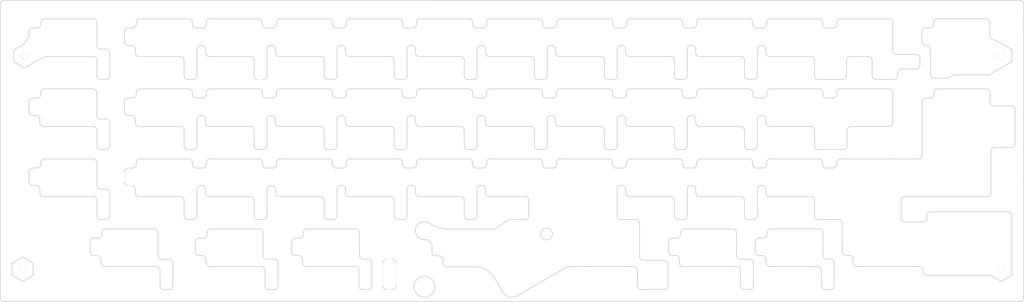
<source format=kicad_pcb>
(kicad_pcb (version 20240108) (generator "pcbnew") (generator_version "8.0")
  (title_block (title "Sherie-bottom") (date "2024-06-21") (rev "1.0") (company "https://www.fruity-floral.com/"))
  (layers (0 "F.Cu" signal) (31 "B.Cu" signal) (34 "B.Paste" user) (35 "F.Paste" user) (36 "B.SilkS" user "B.Silkscreen") (37 "F.SilkS" user "F.Silkscreen") (38 "B.Mask" user) (39 "F.Mask" user) (44 "Edge.Cuts" user))
  (net 0 "")
  (gr_arc (start 163.25 96) (mid 163.542893 95.292893) (end 164.25 95) (stroke (width 0.2)) (layer "Edge.Cuts"))
  (gr_line (start 179.8 104.25) (end 181.3 104.25) (stroke (width 0.2)) (layer "Edge.Cuts"))
  (gr_line (start 225.9 156.125) (end 225.9 160.375) (stroke (width 0.2)) (layer "Edge.Cuts"))
  (gr_line (start 161 125.85) (end 147.75 125.85) (stroke (width 0.2)) (layer "Edge.Cuts"))
  (gr_line (start 188.675651 143.949624) (end 189.991716 142.887536) (stroke (width 0.2)) (layer "Edge.Cuts"))
  (gr_arc (start 280.1 108.3) (mid 279.807107 109.007107) (end 279.1 109.3) (stroke (width 0.2)) (layer "Edge.Cuts"))
  (gr_arc (start 163 109.3) (mid 162.292893 109.007107) (end 162 108.3) (stroke (width 0.2)) (layer "Edge.Cuts"))
  (gr_arc (start 101.6 98) (mid 102.307107 98.292893) (end 102.6 99) (stroke (width 0.2)) (layer "Edge.Cuts"))
  (gr_arc (start 89.6 88.75) (mid 89.892893 88.042893) (end 90.6 87.75) (stroke (width 0.2)) (layer "Edge.Cuts"))
  (gr_arc (start 141.95 125.85) (mid 142.657107 126.142893) (end 142.95 126.85) (stroke (width 0.2)) (layer "Edge.Cuts"))
  (gr_arc (start 215.9 98) (mid 216.607107 98.292893) (end 216.9 99) (stroke (width 0.2)) (layer "Edge.Cuts"))
  (gr_line (start 127.7 107.8) (end 127.7 108.3) (stroke (width 0.2)) (layer "Edge.Cuts"))
  (gr_line (start 135.8 155.142893) (end 147.05 155.142893) (stroke (width 0.2)) (layer "Edge.Cuts"))
  (gr_line (start 321.775 110.422893) (end 321.775 107.8) (stroke (width 0.2)) (layer "Edge.Cuts"))
  (gr_line (start 256.25 106.8) (end 243 106.8) (stroke (width 0.2)) (layer "Edge.Cuts"))
  (gr_line (start 221.7 133.1) (end 221.4 133.1) (stroke (width 0.2)) (layer "Edge.Cuts"))
  (gr_arc (start 64.375 136.1) (mid 63.667893 135.807107) (end 63.375 135.1) (stroke (width 0.2)) (layer "Edge.Cuts"))
  (gr_arc (start 80.257107 145.8929) (mid 80.550001 145.185796) (end 81.257107 144.892893) (stroke (width 0.2)) (layer "Edge.Cuts"))
  (gr_arc (start 258.25 90.25) (mid 257.542893 89.957107) (end 257.25 89.25) (stroke (width 0.2)) (layer "Edge.Cuts"))
  (gr_arc (start 242 88.75) (mid 242.292893 88.042893) (end 243 87.75) (stroke (width 0.2)) (layer "Edge.Cuts"))
  (gr_line (start 273.097109 155.125) (end 274.8929 155.125) (stroke (width 0.2)) (layer "Edge.Cuts"))
  (gr_arc (start 183.6 95) (mid 184.307107 95.292893) (end 184.6 96) (stroke (width 0.2)) (layer "Edge.Cuts"))
  (gr_line (start 200.1 126.85) (end 200.1 127.35) (stroke (width 0.2)) (layer "Edge.Cuts"))
  (gr_arc (start 185.6 98) (mid 184.892893 97.707107) (end 184.6 97) (stroke (width 0.2)) (layer "Edge.Cuts"))
  (gr_arc (start 79.8757 96) (mid 79.16849 95.706422) (end 78.877106 94.998305) (stroke (width 0.2)) (layer "Edge.Cuts"))
  (gr_arc (start 171.025 152.225) (mid 170.317893 151.932107) (end 170.025 151.225) (stroke (width 0.2)) (layer "Edge.Cuts"))
  (gr_line (start 79.8929 142.35) (end 81.392893 142.35) (stroke (width 0.2)) (layer "Edge.Cuts"))
  (gr_arc (start 258.5 141.35) (mid 258.207107 142.057107) (end 257.5 142.35) (stroke (width 0.2)) (layer "Edge.Cuts"))
  (gr_line (start 78.877106 133.098027) (end 78.875 127.35) (stroke (width 0.2)) (layer "Edge.Cuts"))
  (gr_arc (start 97.0679 161.392893) (mid 96.360796 161.099999) (end 96.067898 160.392893) (stroke (width 0.2)) (layer "Edge.Cuts"))
  (gr_line (start 107.65 90.25) (end 105.85 90.25) (stroke (width 0.2)) (layer "Edge.Cuts"))
  (gr_line (start 78.877106 114.048305) (end 78.875 108.3) (stroke (width 0.2)) (layer "Edge.Cuts"))
  (gr_line (start 181.05 107.8) (end 181.05 108.3) (stroke (width 0.2)) (layer "Edge.Cuts"))
  (gr_arc (start 79.8757 115.05) (mid 79.16849 114.756422) (end 78.877106 114.048305) (stroke (width 0.2)) (layer "Edge.Cuts"))
  (gr_circle (center 324.85 155.86) (end 325.85 155.86) (stroke (width 0.05)) (fill none) (layer "Edge.Cuts"))
  (gr_arc (start 179.8 142.35) (mid 179.092893 142.057107) (end 178.8 141.35) (stroke (width 0.2)) (layer "Edge.Cuts"))
  (gr_arc (start 152.65 153.142893) (mid 153.355788 153.434467) (end 153.65 154.139159) (stroke (width 0.2)) (layer "Edge.Cuts"))
  (gr_line (start 159.75 137.1) (end 159.75 141.35) (stroke (width 0.2)) (layer "Edge.Cuts"))
  (gr_line (start 252.84316 152.144766) (end 252.841053 146.392893) (stroke (width 0.2)) (layer "Edge.Cuts"))
  (gr_line (start 141.7 104.25) (end 143.2 104.25) (stroke (width 0.2)) (layer "Edge.Cuts"))
  (gr_line (start 200.1 88.75) (end 200.1 89.25) (stroke (width 0.2)) (layer "Edge.Cuts"))
  (gr_line (start 220.4 115.05) (end 220.4 122.3) (stroke (width 0.2)) (layer "Edge.Cuts"))
  (gr_arc (start 108.65 108.3) (mid 108.357107 109.007107) (end 107.65 109.3) (stroke (width 0.2)) (layer "Edge.Cuts"))
  (gr_line (start 284.925 117.05) (end 283.925 117.05) (stroke (width 0.2)) (layer "Edge.Cuts"))
  (gr_line (start 60.120502 93.080965) (end 59.15 94.55) (stroke (width 0.2)) (layer "Edge.Cuts"))
  (gr_arc (start 256 104.25) (mid 255.292893 103.957107) (end 255 103.25) (stroke (width 0.2)) (layer "Edge.Cuts"))
  (gr_line (start 56.292116 96.2) (end 56.292116 99.5) (stroke (width 0.2)) (layer "Edge.Cuts"))
  (gr_arc (start 77.875 125.85) (mid 78.582107 126.142893) (end 78.875 126.85) (stroke (width 0.2)) (layer "Edge.Cuts"))
  (gr_line (start 295.35 88.75) (end 295.35 89.25) (stroke (width 0.2)) (layer "Edge.Cuts"))
  (gr_arc (start 242.75 117.05) (mid 242.042893 116.757107) (end 241.75 116.05) (stroke (width 0.2)) (layer "Edge.Cuts"))
  (gr_arc (start 322 135.150622) (mid 321.706887 135.857327) (end 321 136.15) (stroke (width 0.2)) (layer "Edge.Cuts"))
  (gr_arc (start 282.625 152.125) (mid 281.917893 151.832107) (end 281.625 151.125) (stroke (width 0.2)) (layer "Edge.Cuts"))
  (gr_arc (start 282.75 99) (mid 283.042893 98.292893) (end 283.75 98) (stroke (width 0.2)) (layer "Edge.Cuts"))
  (gr_line (start 103.6 123.3) (end 105.1 123.3) (stroke (width 0.2)) (layer "Edge.Cuts"))
  (gr_line (start 63.625 107.8) (end 63.625 108.3) (stroke (width 0.2)) (layer "Edge.Cuts"))
  (gr_line (start 140.7 137.1) (end 140.7 141.35) (stroke (width 0.2)) (layer "Edge.Cuts"))
  (gr_arc (start 227.475 153.425) (mid 226.767893 153.132107) (end 226.475 152.425) (stroke (width 0.2)) (layer "Edge.Cuts"))
  (gr_line (start 79.8929 123.3) (end 81.392893 123.3) (stroke (width 0.2)) (layer "Edge.Cuts"))
  (gr_line (start 280.1 88.75) (end 280.1 89.25) (stroke (width 0.2)) (layer "Edge.Cuts"))
  (gr_line (start 211.85 155.125) (end 223.1 155.125) (stroke (width 0.2)) (layer "Edge.Cuts"))
  (gr_line (start 223.7 98) (end 234.95 98) (stroke (width 0.2)) (layer "Edge.Cuts"))
  (gr_line (start 144.2 115.05) (end 144.2 122.3) (stroke (width 0.2)) (layer "Edge.Cuts"))
  (gr_arc (start 236.95 123.3) (mid 236.242893 123.007107) (end 235.95 122.3) (stroke (width 0.2)) (layer "Edge.Cuts"))
  (gr_line (start 184.6 115.05) (end 184.6 116.05) (stroke (width 0.2)) (layer "Edge.Cuts"))
  (gr_arc (start 237.2 106.8) (mid 237.907107 107.092893) (end 238.2 107.8) (stroke (width 0.2)) (layer "Edge.Cuts"))
  (gr_line (start 279.1 128.35) (end 277.3 128.35) (stroke (width 0.2)) (layer "Edge.Cuts"))
  (gr_line (start 295.35 108.3) (end 295.35 116.05) (stroke (width 0.2)) (layer "Edge.Cuts"))
  (gr_line (start 235.3911 152.142893) (end 236.041053 152.142893) (stroke (width 0.2)) (layer "Edge.Cuts"))
  (gr_arc (start 273.05 98) (mid 273.757107 98.292893) (end 274.05 99) (stroke (width 0.2)) (layer "Edge.Cuts"))
  (gr_arc (start 217.9 104.25) (mid 217.192893 103.957107) (end 216.9 103.25) (stroke (width 0.2)) (layer "Edge.Cuts"))
  (gr_arc (start 106.1 122.3) (mid 105.807107 123.007107) (end 105.1 123.3) (stroke (width 0.2)) (layer "Edge.Cuts"))
  (gr_arc (start 151.3007 153.142893) (mid 150.594718 152.850541) (end 150.302107 152.144666) (stroke (width 0.2)) (layer "Edge.Cuts"))
  (gr_line (start 120.832107 155.142893) (end 123.1 155.142893) (stroke (width 0.2)) (layer "Edge.Cuts"))
  (gr_line (start 259.8 133.1) (end 259.5 133.1) (stroke (width 0.2)) (layer "Edge.Cuts"))
  (gr_arc (start 306.5679 103.925) (mid 305.860793 103.632107) (end 305.5679 102.925) (stroke (width 0.2)) (layer "Edge.Cuts"))
  (gr_arc (start 280.1 126.85) (mid 280.392893 126.142893) (end 281.1 125.85) (stroke (width 0.2)) (layer "Edge.Cuts"))
  (gr_arc (start 108.65 89.25) (mid 108.357107 89.957107) (end 107.65 90.25) (stroke (width 0.2)) (layer "Edge.Cuts"))
  (gr_arc (start 277.3 109.3) (mid 276.592893 109.007107) (end 276.3 108.3) (stroke (width 0.2)) (layer "Edge.Cuts"))
  (gr_line (start 107.4 114.05) (end 107.1 114.05) (stroke (width 0.2)) (layer "Edge.Cuts"))
  (gr_line (start 255.901837 153.142893) (end 256.4179 153.142893) (stroke (width 0.2)) (layer "Edge.Cuts"))
  (gr_line (start 162 88.75) (end 162 89.25) (stroke (width 0.2)) (layer "Edge.Cuts"))
  (gr_arc (start 77.057107 148.3929) (mid 77.350001 147.685796) (end 78.057107 147.392893) (stroke (width 0.2)) (layer "Edge.Cuts"))
  (gr_line (start 199.1 87.75) (end 185.85 87.75) (stroke (width 0.2)) (layer "Edge.Cuts"))
  (gr_line (start 236.580046 147.392893) (end 235.391053 147.392893) (stroke (width 0.2)) (layer "Edge.Cuts"))
  (gr_line (start 240.75 95) (end 240.45 95) (stroke (width 0.2)) (layer "Edge.Cuts"))
  (gr_line (start 249.591053 155.142893) (end 251.858946 155.142893) (stroke (width 0.2)) (layer "Edge.Cuts"))
  (gr_line (start 161 106.8) (end 147.75 106.8) (stroke (width 0.2)) (layer "Edge.Cuts"))
  (gr_line (start 128.142891 160.3929) (end 128.142891 154.137244) (stroke (width 0.2)) (layer "Edge.Cuts"))
  (gr_arc (start 258.5 115.05) (mid 258.792893 114.342893) (end 259.5 114.05) (stroke (width 0.2)) (layer "Edge.Cuts"))
  (gr_line (start 150.3 145.896641) (end 150.3 146.392893) (stroke (width 0.2)) (layer "Edge.Cuts"))
  (gr_line (start 55.842116 157.51) (end 58.7 159.16) (stroke (width 0.2)) (layer "Edge.Cuts"))
  (gr_line (start 257.25 107.8) (end 257.25 108.3) (stroke (width 0.2)) (layer "Edge.Cuts"))
  (gr_line (start 165.55 96) (end 165.55 97) (stroke (width 0.2)) (layer "Edge.Cuts"))
  (gr_line (start 197.85 99) (end 197.85 103.25) (stroke (width 0.2)) (layer "Edge.Cuts"))
  (gr_line (start 90.35 136.1) (end 101.6 136.1) (stroke (width 0.2)) (layer "Edge.Cuts"))
  (gr_line (start 164.55 95) (end 164.25 95) (stroke (width 0.2)) (layer "Edge.Cuts"))
  (gr_arc (start 221.7 114.05) (mid 222.407107 114.342893) (end 222.7 115.05) (stroke (width 0.2)) (layer "Edge.Cuts"))
  (gr_arc (start 261.05 88.75) (mid 261.342893 88.042893) (end 262.05 87.75) (stroke (width 0.2)) (layer "Edge.Cuts"))
  (gr_arc (start 107.5821 152.142893) (mid 108.289212 152.435788) (end 108.582107 153.1429) (stroke (width 0.2)) (layer "Edge.Cuts"))
  (gr_line (start 104.85 126.85) (end 104.85 127.35) (stroke (width 0.2)) (layer "Edge.Cuts"))
  (gr_arc (start 259.8 114.05) (mid 260.507107 114.342893) (end 260.8 115.05) (stroke (width 0.2)) (layer "Edge.Cuts"))
  (gr_line (start 275.05 123.3) (end 276.55 123.3) (stroke (width 0.2)) (layer "Edge.Cuts"))
  (gr_line (start 108.582107 153.1429) (end 108.582107 154.1429) (stroke (width 0.2)) (layer "Edge.Cuts"))
  (gr_line (start 290.725 104.25) (end 295.65 104.25) (stroke (width 0.2)) (layer "Edge.Cuts"))
  (gr_arc (start 290.725 104.25) (mid 290.017893 103.957107) (end 289.725 103.25) (stroke (width 0.2)) (layer "Edge.Cuts"))
  (gr_arc (start 164.55 95) (mid 165.257107 95.292893) (end 165.55 96) (stroke (width 0.2)) (layer "Edge.Cuts"))
  (gr_line (start 107.827001 147.392893) (end 106.632107 147.392893) (stroke (width 0.2)) (layer "Edge.Cuts"))
  (gr_arc (start 259.8 95) (mid 260.507107 95.292893) (end 260.8 96) (stroke (width 0.2)) (layer "Edge.Cuts"))
  (gr_line (start 238.2 107.8) (end 238.2 108.3) (stroke (width 0.2)) (layer "Edge.Cuts"))
  (gr_arc (start 259.8 133.1) (mid 260.507107 133.392893) (end 260.8 134.1) (stroke (width 0.2)) (layer "Edge.Cuts"))
  (gr_arc (start 304.25 94.975) (mid 303.542893 94.682107) (end 303.25 93.975) (stroke (width 0.2)) (layer "Edge.Cuts"))
  (gr_arc (start 296.65 102.4) (mid 296.942893 101.692893) (end 297.65 101.4) (stroke (width 0.2)) (layer "Edge.Cuts"))
  (gr_arc (start 82.392893 103.25) (mid 82.099999 103.957104) (end 81.392893 104.249991) (stroke (width 0.2)) (layer "Edge.Cuts"))
  (gr_arc (start 242 108.3) (mid 241.707107 109.007107) (end 241 109.3) (stroke (width 0.2)) (layer "Edge.Cuts"))
  (gr_line (start 258.5 115.05) (end 258.5 122.3) (stroke (width 0.2)) (layer "Edge.Cuts"))
  (gr_arc (start 201.1 128.35) (mid 200.392893 128.057107) (end 200.100014 127.35) (stroke (width 0.2)) (layer "Edge.Cuts"))
  (gr_line (start 282.75 99) (end 282.75 103.25) (stroke (width 0.2)) (layer "Edge.Cuts"))
  (gr_line (start 296.65 102.4) (end 296.65 103.25) (stroke (width 0.2)) (layer "Edge.Cuts"))
  (gr_line (start 127.45 115.05) (end 127.45 116.05) (stroke (width 0.2)) (layer "Edge.Cuts"))
  (gr_line (start 251.841 144.892893) (end 238.591053 144.892893) (stroke (width 0.2)) (layer "Edge.Cuts"))
  (gr_arc (start 143.95 128.35) (mid 143.242893 128.057107) (end 142.95 127.35) (stroke (width 0.2)) (layer "Edge.Cuts"))
  (gr_arc (start 163.25 141.35) (mid 162.957107 142.057107) (end 162.25 142.35) (stroke (width 0.2)) (layer "Edge.Cuts"))
  (gr_line (start 131.85 151.142893) (end 131.85 148.3929) (stroke (width 0.2)) (layer "Edge.Cuts"))
  (gr_arc (start 86.4 110.3) (mid 86.692893 109.592893) (end 87.4 109.3) (stroke (width 0.2)) (layer "Edge.Cuts"))
  (gr_arc (start 183.6 133.1) (mid 184.307107 133.392893) (end 184.6 134.1) (stroke (width 0.2)) (layer "Edge.Cuts"))
  (gr_line (start 160.24894 154.125) (end 160.248946 160.375) (stroke (width 0.05)) (layer "Edge.Cuts"))
  (gr_arc (start 144.2 103.25) (mid 143.907107 103.957107) (end 143.2 104.25) (stroke (width 0.2)) (layer "Edge.Cuts"))
  (gr_line (start 258.8971 152.125) (end 259.547109 152.125) (stroke (width 0.2)) (layer "Edge.Cuts"))
  (gr_arc (start 125.15 96) (mid 125.442893 95.292893) (end 126.15 95) (stroke (width 0.2)) (layer "Edge.Cuts"))
  (gr_line (start 127.45 134.1) (end 127.45 135.1) (stroke (width 0.2)) (layer "Edge.Cuts"))
  (gr_line (start 123.9 107.8) (end 123.9 108.3) (stroke (width 0.2)) (layer "Edge.Cuts"))
  (gr_line (start 260.8 115.05) (end 260.8 116.05) (stroke (width 0.2)) (layer "Edge.Cuts"))
  (gr_arc (start 201.35 115.05) (mid 201.642893 114.342893) (end 202.35 114.05) (stroke (width 0.2)) (layer "Edge.Cuts"))
  (gr_arc (start 221.4 142.35) (mid 220.692893 142.057107) (end 220.4 141.35) (stroke (width 0.2)) (layer "Edge.Cuts"))
  (gr_arc (start 126.45 95) (mid 127.157107 95.292893) (end 127.45 96) (stroke (width 0.2)) (layer "Edge.Cuts"))
  (gr_arc (start 322.010464 92.995098) (mid 321.784036 92.792194) (end 321.700001 92.5) (stroke (width 0.2)) (layer "Edge.Cuts"))
  (gr_line (start 64.694423 98.16328) (end 62.007884 99.5) (stroke (width 0.2)) (layer "Edge.Cuts"))
  (gr_line (start 63.375 115.05) (end 63.375 116.05) (stroke (width 0.2)) (layer "Edge.Cuts"))
  (gr_arc (start 218.15 106.8) (mid 218.857107 107.092893) (end 219.15 107.8) (stroke (width 0.2)) (layer "Edge.Cuts"))
  (gr_arc (start 239.45 134.1) (mid 239.742893 133.392893) (end 240.45 133.1) (stroke (width 0.2)) (layer "Edge.Cuts"))
  (gr_arc (start 182.3 115.05) (mid 182.592893 114.342893) (end 183.3 114.05) (stroke (width 0.2)) (layer "Edge.Cuts"))
  (gr_line (start 236.3411 152.142893) (end 236.041053 152.142893) (stroke (width 0.2)) (layer "Edge.Cuts"))
  (gr_line (start 202.9 90.25) (end 201.1 90.25) (stroke (width 0.2)) (layer "Edge.Cuts"))
  (gr_arc (start 139.7 98) (mid 140.407107 98.292893) (end 140.7 99) (stroke (width 0.2)) (layer "Edge.Cuts"))
  (gr_line (start 256 104.25) (end 257.5 104.25) (stroke (width 0.2)) (layer "Edge.Cuts"))
  (gr_arc (start 199.1 87.75) (mid 199.807107 88.042893) (end 200.1 88.75) (stroke (width 0.2)) (layer "Edge.Cuts"))
  (gr_line (start 159.248946 161.375) (end 157.6491 161.375) (stroke (width 0.05)) (layer "Edge.Cuts"))
  (gr_line (start 163.25 115.05) (end 163.25 122.3) (stroke (width 0.2)) (layer "Edge.Cuts"))
  (gr_line (start 64.375 136.1) (end 75.625 136.1) (stroke (width 0.2)) (layer "Edge.Cuts"))
  (gr_line (start 185.6 98) (end 196.85 98) (stroke (width 0.2)) (layer "Edge.Cuts"))
  (gr_line (start 126.7 128.35) (end 124.9 128.35) (stroke (width 0.2)) (layer "Edge.Cuts"))
  (gr_arc (start 82.392893 122.3) (mid 82.099999 123.007104) (end 81.392893 123.3) (stroke (width 0.2)) (layer "Edge.Cuts"))
  (gr_line (start 226.475 143.35) (end 226.475 152.425) (stroke (width 0.2)) (layer "Edge.Cuts"))
  (gr_line (start 107.5821 152.142893) (end 107.282107 152.142893) (stroke (width 0.2)) (layer "Edge.Cuts"))
  (gr_line (start 106.1 115.05) (end 106.1 122.3) (stroke (width 0.2)) (layer "Edge.Cuts"))
  (gr_arc (start 196.85 117.05) (mid 197.557107 117.342893) (end 197.85 118.05) (stroke (width 0.2)) (layer "Edge.Cuts"))
  (gr_arc (start 275.3 87.75) (mid 276.007107 88.042893) (end 276.3 88.75) (stroke (width 0.2)) (layer "Edge.Cuts"))
  (gr_line (start 217.9 104.25) (end 219.4 104.25) (stroke (width 0.2)) (layer "Edge.Cuts"))
  (gr_arc (start 107.4 114.05) (mid 108.107107 114.342893) (end 108.4 115.05) (stroke (width 0.2)) (layer "Edge.Cuts"))
  (gr_arc (start 63.625 107.8) (mid 63.917893 107.092893) (end 64.625 106.8) (stroke (width 0.2)) (layer "Edge.Cuts"))
  (gr_line (start 201.35 96) (end 201.35 103.25) (stroke (width 0.2)) (layer "Edge.Cuts"))
  (gr_line (start 217.9 123.3) (end 219.4 123.3) (stroke (width 0.2)) (layer "Edge.Cuts"))
  (gr_line (start 121.65 99) (end 121.65 103.25) (stroke (width 0.2)) (layer "Edge.Cuts"))
  (gr_arc (start 237.2 87.75) (mid 237.907107 88.042893) (end 238.2 88.75) (stroke (width 0.2)) (layer "Edge.Cuts"))
  (gr_line (start 242 126.85) (end 242 127.35) (stroke (width 0.2)) (layer "Edge.Cuts"))
  (gr_line (start 108.4 96) (end 108.4 97) (stroke (width 0.2)) (layer "Edge.Cuts"))
  (gr_arc (start 240.75 133.1) (mid 241.457107 133.392893) (end 241.75 134.1) (stroke (width 0.2)) (layer "Edge.Cuts"))
  (gr_arc (start 141.7 104.25) (mid 140.992893 103.957107) (end 140.7 103.25) (stroke (width 0.2)) (layer "Edge.Cuts"))
  (gr_arc (start 330.91 163.620376) (mid 330.616974 164.32724) (end 329.91 164.62) (stroke (width 0.2)) (layer "Edge.Cuts"))
  (gr_arc (start 258.8971 152.125) (mid 258.188581 151.830692) (end 257.897109 151.121001) (stroke (width 0.2)) (layer "Edge.Cuts"))
  (gr_line (start 63.375 134.1) (end 63.375 135.1) (stroke (width 0.2)) (layer "Edge.Cuts"))
  (gr_line (start 134.046536 147.392893) (end 132.85 147.392893) (stroke (width 0.2)) (layer "Edge.Cuts"))
  (gr_arc (start 144.2 122.3) (mid 143.907107 123.007107) (end 143.2 123.3) (stroke (width 0.2)) (layer "Edge.Cuts"))
  (gr_arc (start 282.75 103.25) (mid 282.457107 103.957107) (end 281.75 104.25) (stroke (width 0.2)) (layer "Edge.Cuts"))
  (gr_arc (start 105.85 128.35) (mid 105.142893 128.057107) (end 104.85 127.35) (stroke (width 0.2)) (layer "Edge.Cuts"))
  (gr_line (start 62.625 90.25) (end 61.425 90.25) (stroke (width 0.2)) (layer "Edge.Cuts"))
  (gr_arc (start 221.7 133.1) (mid 222.407107 133.392893) (end 222.7 134.1) (stroke (width 0.2)) (layer "Edge.Cuts"))
  (gr_arc (start 182.05 128.35) (mid 181.342893 128.057107) (end 181.05 127.35) (stroke (width 0.2)) (layer "Edge.Cuts"))
  (gr_arc (start 261.8471 155.125) (mid 261.141408 154.833519) (end 260.847109 154.128999) (stroke (width 0.2)) (layer "Edge.Cuts"))
  (gr_arc (start 108.65 107.8) (mid 108.942893 107.092893) (end 109.65 106.8) (stroke (width 0.2)) (layer "Edge.Cuts"))
  (gr_arc (start 147.5 98) (mid 146.792893 97.707107) (end 146.5 97) (stroke (width 0.2)) (layer "Edge.Cuts"))
  (gr_line (start 223.7 136.1) (end 234.95 136.1) (stroke (width 0.2)) (layer "Edge.Cuts"))
  (gr_arc (start 62.375 133.1) (mid 63.082107 133.392893) (end 63.375 134.1) (stroke (width 0.2)) (layer "Edge.Cuts"))
  (gr_line (start 226.9 161.375) (end 233.2 161.375) (stroke (width 0.2)) (layer "Edge.Cuts"))
  (gr_line (start 125.6429 161.392893) (end 127.1429 161.392893) (stroke (width 0.2)) (layer "Edge.Cuts"))
  (gr_arc (start 276.8929 161.375) (mid 276.185793 161.082107) (end 275.8929 160.375) (stroke (width 0.2)) (layer "Edge.Cuts"))
  (gr_arc (start 180.05 106.8) (mid 180.757107 107.092893) (end 181.05 107.8) (stroke (width 0.2)) (layer "Edge.Cuts"))
  (gr_line (start 222.95 126.85) (end 222.95 127.35) (stroke (width 0.2)) (layer "Edge.Cuts"))
  (gr_arc (start 105.85 109.3) (mid 105.142893 109.007107) (end 104.85 108.3) (stroke (width 0.2)) (layer "Edge.Cuts"))
  (gr_line (start 145.5 114.05) (end 145.2 114.05) (stroke (width 0.2)) (layer "Edge.Cuts"))
  (gr_arc (start 125.0828 153.142893) (mid 124.375595 152.849317) (end 124.084213 152.141205) (stroke (width 0.2)) (layer "Edge.Cuts"))
  (gr_line (start 283.575 152.125) (end 283.275 152.125) (stroke (width 0.2)) (layer "Edge.Cuts"))
  (gr_arc (start 96.5078 153.142893) (mid 95.800595 152.849317) (end 95.509213 152.141205) (stroke (width 0.2)) (layer "Edge.Cuts"))
  (gr_arc (start 181.720523 155.222522) (mid 184.782589 156.033678) (end 187.040038 158.255855) (stroke (width 0.2)) (layer "Edge.Cuts"))
  (gr_arc (start 141.7 142.35) (mid 140.992893 142.057107) (end 140.7 141.35) (stroke (width 0.2)) (layer "Edge.Cuts"))
  (gr_line (start 202.65 114.05) (end 202.35 114.05) (stroke (width 0.2)) (layer "Edge.Cuts"))
  (gr_line (start 236.95 123.3) (end 238.45 123.3) (stroke (width 0.2)) (layer "Edge.Cuts"))
  (gr_line (start 164.55 114.05) (end 164.25 114.05) (stroke (width 0.2)) (layer "Edge.Cuts"))
  (gr_arc (start 163.25 134.1) (mid 163.542893 133.392893) (end 164.25 133.1) (stroke (width 0.2)) (layer "Edge.Cuts"))
  (gr_line (start 204.65 98) (end 215.9 98) (stroke (width 0.2)) (layer "Edge.Cuts"))
  (gr_arc (start 109.4 136.1) (mid 108.692893 135.807107) (end 108.4 135.1) (stroke (width 0.2)) (layer "Edge.Cuts"))
  (gr_line (start 241.75 115.05) (end 241.75 116.05) (stroke (width 0.2)) (layer "Edge.Cuts"))
  (gr_line (start 321.895383 102.821378) (end 324.85 101.05) (stroke (width 0.2)) (layer "Edge.Cuts"))
  (gr_line (start 302.7 98.475) (end 302.7 100.4) (stroke (width 0.2)) (layer "Edge.Cuts"))
  (gr_line (start 181.05 88.75) (end 181.05 89.25) (stroke (width 0.2)) (layer "Edge.Cuts"))
  (gr_arc (start 203.9 127.35) (mid 203.607107 128.057107) (end 202.9 128.35) (stroke (width 0.2)) (layer "Edge.Cuts"))
  (gr_line (start 241 128.35) (end 239.2 128.35) (stroke (width 0.2)) (layer "Edge.Cuts"))
  (gr_line (start 141.7 123.3) (end 143.2 123.3) (stroke (width 0.2)) (layer "Edge.Cuts"))
  (gr_line (start 253.917893 156.148191) (end 253.917893 160.392893) (stroke (width 0.2)) (layer "Edge.Cuts"))
  (gr_line (start 222.7 115.05) (end 222.7 116.05) (stroke (width 0.2)) (layer "Edge.Cuts"))
  (gr_line (start 63.625 88.75) (end 63.625 89.25) (stroke (width 0.2)) (layer "Edge.Cuts"))
  (gr_line (start 281.622893 143.346681) (end 281.625 148.375) (stroke (width 0.2)) (layer "Edge.Cuts"))
  (gr_line (start 238.2 126.85) (end 238.2 127.35) (stroke (width 0.2)) (layer "Edge.Cuts"))
  (gr_line (start 107.65 128.35) (end 105.85 128.35) (stroke (width 0.2)) (layer "Edge.Cuts"))
  (gr_line (start 146.75 88.75) (end 146.75 89.25) (stroke (width 0.2)) (layer "Edge.Cuts"))
  (gr_arc (start 202.65 95) (mid 203.357107 95.292893) (end 203.65 96) (stroke (width 0.2)) (layer "Edge.Cuts"))
  (gr_arc (start 135.05 146.3929) (mid 134.755881 147.10123) (end 134.046536 147.392893) (stroke (width 0.2)) (layer "Edge.Cuts"))
  (gr_line (start 153.65 160.3929) (end 153.65 154.139159) (stroke (width 0.2)) (layer "Edge.Cuts"))
  (gr_arc (start 280.1 88.75) (mid 280.392893 88.042893) (end 281.1 87.75) (stroke (width 0.2)) (layer "Edge.Cuts"))
  (gr_line (start 219.15 126.85) (end 219.15 127.35) (stroke (width 0.2)) (layer "Edge.Cuts"))
  (gr_line (start 168.198698 147.825192) (end 167.977931 147.826806) (stroke (width 0.2)) (layer "Edge.Cuts"))
  (gr_line (start 58.7 152.56) (end 61.557884 154.21) (stroke (width 0.2)) (layer "Edge.Cuts"))
  (gr_arc (start 63.625 127.35) (mid 63.332107 128.057107) (end 62.625 128.35) (stroke (width 0.2)) (layer "Edge.Cuts"))
  (gr_arc (start 144.2 141.35) (mid 143.907107 142.057107) (end 143.2 142.35) (stroke (width 0.2)) (layer "Edge.Cuts"))
  (gr_arc (start 106.1 96) (mid 106.392893 95.292893) (end 107.1 95) (stroke (width 0.2)) (layer "Edge.Cuts"))
  (gr_arc (start 88.35 133.1) (mid 89.057107 133.392893) (end 89.35 134.1) (stroke (width 0.2)) (layer "Edge.Cuts"))
  (gr_line (start 92.257107 155.142893) (end 94.525 155.142893) (stroke (width 0.2)) (layer "Edge.Cuts"))
  (gr_arc (start 240.75 114.05) (mid 241.457107 114.342893) (end 241.75 115.05) (stroke (width 0.2)) (layer "Edge.Cuts"))
  (gr_line (start 242 107.8) (end 242 108.3) (stroke (width 0.2)) (layer "Edge.Cuts"))
  (gr_line (start 260.05 128.35) (end 258.25 128.35) (stroke (width 0.2)) (layer "Edge.Cuts"))
  (gr_line (start 222.95 88.75) (end 222.95 89.25) (stroke (width 0.2)) (layer "Edge.Cuts"))
  (gr_line (start 203.65 115.05) (end 203.65 116.05) (stroke (width 0.2)) (layer "Edge.Cuts"))
  (gr_line (start 78.892893 137.103741) (end 78.892893 141.35) (stroke (width 0.2)) (layer "Edge.Cuts"))
  (gr_line (start 127.45 96) (end 127.45 97) (stroke (width 0.2)) (layer "Edge.Cuts"))
  (gr_arc (start 321.895383 102.821378) (mid 321.623849 102.9543) (end 321.325 103) (stroke (width 0.2)) (layer "Edge.Cuts"))
  (gr_line (start 149.3 144.892893) (end 136.05 144.892893) (stroke (width 0.2)) (layer "Edge.Cuts"))
  (gr_arc (start 237.591053 146.3928) (mid 237.294267 147.103842) (end 236.580046 147.392893) (stroke (width 0.2)) (layer "Edge.Cuts"))
  (gr_arc (start 158.75 98) (mid 159.457107 98.292893) (end 159.75 99) (stroke (width 0.2)) (layer "Edge.Cuts"))
  (gr_arc (start 108.832107 145.8929) (mid 109.125001 145.185796) (end 109.832107 144.892893) (stroke (width 0.2)) (layer "Edge.Cuts"))
  (gr_line (start 184.6 96) (end 184.6 97) (stroke (width 0.2)) (layer "Edge.Cuts"))
  (gr_arc (start 95.0679 155.142893) (mid 95.777009 155.437791) (end 96.067891 156.148556) (stroke (width 0.2)) (layer "Edge.Cuts"))
  (gr_arc (start 135.8 155.142893) (mid 135.092896 154.849999) (end 134.8 154.142893) (stroke (width 0.2)) (layer "Edge.Cuts"))
  (gr_line (start 171.025 152.225) (end 171.675 152.225) (stroke (width 0.2)) (layer "Edge.Cuts"))
  (gr_line (start 193.20019 163.084654) (end 206.23271 155.488372) (stroke (width 0.2)) (layer "Edge.Cuts"))
  (gr_line (start 122.65 104.25) (end 124.15 104.25) (stroke (width 0.05)) (layer "Edge.Cuts"))
  (gr_line (start 162 126.85) (end 162 127.35) (stroke (width 0.2)) (layer "Edge.Cuts"))
  (gr_arc (start 254 98) (mid 254.707107 98.292893) (end 255 99) (stroke (width 0.2)) (layer "Edge.Cuts"))
  (gr_line (start 233.2 153.425) (end 227.475 153.425) (stroke (width 0.2)) (layer "Edge.Cuts"))
  (gr_line (start 107.4 133.1) (end 107.1 133.1) (stroke (width 0.2)) (layer "Edge.Cuts"))
  (gr_arc (start 278.3929 153.125) (mid 279.098683 153.416572) (end 279.392893 154.121259) (stroke (width 0.2)) (layer "Edge.Cuts"))
  (gr_arc (start 298.6 143.025) (mid 297.892893 142.732107) (end 297.6 142.025) (stroke (width 0.2)) (layer "Edge.Cuts"))
  (gr_arc (start 306.525 108.3) (mid 306.232107 109.007107) (end 305.525 109.3) (stroke (width 0.2)) (layer "Edge.Cuts"))
  (gr_line (start 63.625 126.85) (end 63.625 127.35) (stroke (width 0.2)) (layer "Edge.Cuts"))
  (gr_arc (start 188.675651 143.949624) (mid 187.425321 144.713804) (end 185.98342 144.975) (stroke (width 0.2)) (layer "Edge.Cuts"))
  (gr_line (start 279.1 109.3) (end 277.3 109.3) (stroke (width 0.2)) (layer "Edge.Cuts"))
  (gr_arc (start 103.6 104.25) (mid 102.892893 103.957107) (end 102.6 103.25) (stroke (width 0.2)) (layer "Edge.Cuts"))
  (gr_line (start 221.7 95) (end 221.4 95) (stroke (width 0.2)) (layer "Edge.Cuts"))
  (gr_arc (start 106.1 141.35) (mid 105.807107 142.057107) (end 105.1 142.35) (stroke (width 0.2)) (layer "Edge.Cuts"))
  (gr_line (start 276.3 107.8) (end 276.3 108.3) (stroke (width 0.2)) (layer "Edge.Cuts"))
  (gr_line (start 183.6 133.1) (end 183.3 133.1) (stroke (width 0.2)) (layer "Edge.Cuts"))
  (gr_line (start 221.95 109.3) (end 220.15 109.3) (stroke (width 0.2)) (layer "Edge.Cuts"))
  (gr_arc (start 203.9 108.3) (mid 203.607107 109.007107) (end 202.9 109.3) (stroke (width 0.2)) (layer "Edge.Cuts"))
  (gr_line (start 310.230531 103.842047) (end 311.812535 103.082606) (stroke (width 0.2)) (layer "Edge.Cuts"))
  (gr_arc (start 273.05 117.05) (mid 273.757107 117.342893) (end 274.05 118.05) (stroke (width 0.2)) (layer "Edge.Cuts"))
  (gr_arc (start 277.3 90.25) (mid 276.592893 89.957107) (end 276.3 89.25) (stroke (width 0.2)) (layer "Edge.Cuts"))
  (gr_line (start 124.642891 156.148556) (end 124.642891 160.392893) (stroke (width 0.2)) (layer "Edge.Cuts"))
  (gr_line (start 81.3929 115.05) (end 79.8757 115.05) (stroke (width 0.2)) (layer "Edge.Cuts"))
  (gr_arc (start 127.7 107.8) (mid 127.992893 107.092893) (end 128.7 106.8) (stroke (width 0.2)) (layer "Edge.Cuts"))
  (gr_line (start 123.9 126.85) (end 123.9 127.35) (stroke (width 0.2)) (layer "Edge.Cuts"))
  (gr_arc (start 303.322893 124.853079) (mid 303.02981 125.560193) (end 302.322537 125.852893) (stroke (width 0.2)) (layer "Edge.Cuts"))
  (gr_arc (start 274.8929 155.125) (mid 275.601328 155.419217) (end 275.892893 156.128741) (stroke (width 0.2)) (layer "Edge.Cuts"))
  (gr_arc (start 234.391053 148.3929) (mid 234.683949 147.685812) (end 235.391053 147.392893) (stroke (width 0.2)) (layer "Edge.Cuts"))
  (gr_arc (start 177.8 117.05) (mid 178.507107 117.342893) (end 178.8 118.05) (stroke (width 0.2)) (layer "Edge.Cuts"))
  (gr_line (start 303.25 93.975) (end 303.25 91.225) (stroke (width 0.2)) (layer "Edge.Cuts"))
  (gr_line (start 198.85 104.25) (end 200.35 104.25) (stroke (width 0.2)) (layer "Edge.Cuts"))
  (gr_line (start 235.95 137.1) (end 235.95 141.35) (stroke (width 0.2)) (layer "Edge.Cuts"))
  (gr_arc (start 220.15 109.3) (mid 219.442893 109.007107) (end 219.15 108.3) (stroke (width 0.2)) (layer "Edge.Cuts"))
  (gr_line (start 303.322893 124.853079) (end 303.325 113.05) (stroke (width 0.2)) (layer "Edge.Cuts"))
  (gr_line (start 327.707884 157.51) (end 327.707884 154.21) (stroke (width 0.2)) (layer "Edge.Cuts"))
  (gr_arc (start 156.648946 154.125) (mid 156.941842 153.417909) (end 157.648946 153.125) (stroke (width 0.2)) (layer "Edge.Cuts"))
  (gr_line (start 56.292116 99.5) (end 59.15 101.15) (stroke (width 0.2)) (layer "Edge.Cuts"))
  (gr_arc (start 64.694423 98.16328) (mid 65.025055 98.04139) (end 65.375 97.999999) (stroke (width 0.2)) (layer "Edge.Cuts"))
  (gr_arc (start 273.05 136.1) (mid 273.757107 136.392893) (end 274.05 137.1) (stroke (width 0.2)) (layer "Edge.Cuts"))
  (gr_line (start 89.6 107.8) (end 89.6 108.3) (stroke (width 0.2)) (layer "Edge.Cuts"))
  (gr_line (start 258.5 96) (end 258.5 103.25) (stroke (width 0.2)) (layer "Edge.Cuts"))
  (gr_line (start 86.4 113.05) (end 86.4 110.3) (stroke (width 0.2)) (layer "Edge.Cuts"))
  (gr_arc (start 171.975 152.225) (mid 172.682107 152.517893) (end 172.975 153.225) (stroke (width 0.2)) (layer "Edge.Cuts"))
  (gr_line (start 302.575 155.125) (end 296.825 155.125) (stroke (width 0.2)) (layer "Edge.Cuts"))
  (gr_line (start 123.9 88.75) (end 123.9 89.25) (stroke (width 0.2)) (layer "Edge.Cuts"))
  (gr_line (start 164.8 128.35) (end 163 128.35) (stroke (width 0.2)) (layer "Edge.Cuts"))
  (gr_line (start 78.892893 118.053741) (end 78.892893 122.3) (stroke (width 0.2)) (layer "Edge.Cuts"))
  (gr_line (start 237.341053 153.142893) (end 237.341053 154.152287) (stroke (width 0.2)) (layer "Edge.Cuts"))
  (gr_line (start 126.7 90.25) (end 124.9 90.25) (stroke (width 0.2)) (layer "Edge.Cuts"))
  (gr_arc (start 63.625 89.25) (mid 63.332107 89.957107) (end 62.625 90.25) (stroke (width 0.2)) (layer "Edge.Cuts"))
  (gr_line (start 128.45 98) (end 139.7 98) (stroke (width 0.2)) (layer "Edge.Cuts"))
  (gr_line (start 108.4 115.05) (end 108.4 116.05) (stroke (width 0.2)) (layer "Edge.Cuts"))
  (gr_line (start 256.25 125.85) (end 243 125.85) (stroke (width 0.2)) (layer "Edge.Cuts"))
  (gr_line (start 187.040038 158.255855) (end 189.449922 162.299868) (stroke (width 0.2)) (layer "Edge.Cuts"))
  (gr_line (start 128.45 136.1) (end 139.7 136.1) (stroke (width 0.2)) (layer "Edge.Cuts"))
  (gr_line (start 239.45 96) (end 239.45 103.25) (stroke (width 0.2)) (layer "Edge.Cuts"))
  (gr_arc (start 203.9 126.85) (mid 204.192893 126.142893) (end 204.9 125.85) (stroke (width 0.2)) (layer "Edge.Cuts"))
  (gr_arc (start 306.525 107.8) (mid 306.817893 107.092893) (end 307.525 106.8) (stroke (width 0.2)) (layer "Edge.Cuts"))
  (gr_arc (start 220.4 103.25) (mid 220.107107 103.957107) (end 219.4 104.25) (stroke (width 0.2)) (layer "Edge.Cuts"))
  (gr_line (start 275.05 142.35) (end 276.55 142.35) (stroke (width 0.2)) (layer "Edge.Cuts"))
  (gr_arc (start 184.85 88.75) (mid 185.142893 88.042893) (end 185.85 87.75) (stroke (width 0.2)) (layer "Edge.Cuts"))
  (gr_line (start 275.3471 144.875) (end 262.097109 144.875) (stroke (width 0.2)) (layer "Edge.Cuts"))
  (gr_line (start 257.25 126.85) (end 257.25 127.35) (stroke (width 0.2)) (layer "Edge.Cuts"))
  (gr_arc (start 239.2 109.3) (mid 238.492893 109.007107) (end 238.2 108.3) (stroke (width 0.2)) (layer "Edge.Cuts"))
  (gr_arc (start 310.230531 103.842047) (mid 310.07039 103.903944) (end 309.9 103.925) (stroke (width 0.2)) (layer "Edge.Cuts"))
  (gr_arc (start 128.45 98) (mid 127.742893 97.707107) (end 127.45 97) (stroke (width 0.2)) (layer "Edge.Cuts"))
  (gr_line (start 202.9 128.35) (end 201.1 128.35) (stroke (width 0.2)) (layer "Edge.Cuts"))
  (gr_line (start 62.375 114.05) (end 62.075 114.05) (stroke (width 0.2)) (layer "Edge.Cuts"))
  (gr_arc (start 222.95 88.75) (mid 223.242893 88.042893) (end 223.95 87.75) (stroke (width 0.2)) (layer "Edge.Cuts"))
  (gr_arc (start 220.15 90.25) (mid 219.442893 89.957107) (end 219.15 89.25) (stroke (width 0.2)) (layer "Edge.Cuts"))
  (gr_line (start 150.15 156.146641) (end 150.15 160.392893) (stroke (width 0.2)) (layer "Edge.Cuts"))
  (gr_line (start 327.629405 111.42) (end 322.773094 111.422891) (stroke (width 0.2)) (layer "Edge.Cuts"))
  (gr_line (start 223.7 117.05) (end 234.95 117.05) (stroke (width 0.2)) (layer "Edge.Cuts"))
  (gr_arc (start 256.25 125.85) (mid 256.957107 126.142893) (end 257.25 126.85) (stroke (width 0.2)) (layer "Edge.Cuts"))
  (gr_line (start 75.625 136.1) (end 77.8929 136.1) (stroke (width 0.2)) (layer "Edge.Cuts"))
  (gr_arc (start 235.3911 152.142893) (mid 234.68061 151.846581) (end 234.391053 151.133313) (stroke (width 0.2)) (layer "Edge.Cuts"))
  (gr_arc (start 78.0571 152.142893) (mid 77.349998 151.850002) (end 77.057107 151.1429) (stroke (width 0.2)) (layer "Edge.Cuts"))
  (gr_line (start 222.95 107.8) (end 222.95 108.3) (stroke (width 0.2)) (layer "Edge.Cuts"))
  (gr_line (start 261.05 126.85) (end 261.05 127.35) (stroke (width 0.2)) (layer "Edge.Cuts"))
  (gr_arc (start 257.897109 148.375) (mid 258.190003 147.667896) (end 258.897109 147.375) (stroke (width 0.2)) (layer "Edge.Cuts"))
  (gr_arc (start 60.425 91.25) (mid 60.717893 90.542893) (end 61.425 90.25) (stroke (width 0.2)) (layer "Edge.Cuts"))
  (gr_arc (start 242.75 98) (mid 242.042893 97.707107) (end 241.75 97) (stroke (width 0.2)) (layer "Edge.Cuts"))
  (gr_line (start 165.8 88.75) (end 165.8 89.25) (stroke (width 0.2)) (layer "Edge.Cuts"))
  (gr_arc (start 161 125.85) (mid 161.707107 126.142893) (end 162.000014 126.85) (stroke (width 0.2)) (layer "Edge.Cuts"))
  (gr_arc (start 203.9 88.75) (mid 204.192893 88.042893) (end 204.9 87.75) (stroke (width 0.2)) (layer "Edge.Cuts"))
  (gr_arc (start 182.3 96) (mid 182.592893 95.292893) (end 183.3 95) (stroke (width 0.2)) (layer "Edge.Cuts"))
  (gr_line (start 78.875 88.75) (end 78.875 89.25) (stroke (width 0.2)) (layer "Edge.Cuts"))
  (gr_line (start 127.1429 153.142893) (end 125.627105 153.142893) (stroke (width 0.2)) (layer "Edge.Cuts"))
  (gr_line (start 237.2 87.75) (end 223.95 87.75) (stroke (width 0.2)) (layer "Edge.Cuts"))
  (gr_line (start 180.05 125.85) (end 166.8 125.85) (stroke (width 0.2)) (layer "Edge.Cuts"))
  (gr_line (start 321.992116 157.51) (end 324.85 159.16) (stroke (width 0.2)) (layer "Edge.Cuts"))
  (gr_line (start 104.85 88.75) (end 104.85 89.25) (stroke (width 0.2)) (layer "Edge.Cuts"))
  (gr_arc (start 184.85 108.3) (mid 184.557107 109.007107) (end 183.85 109.3) (stroke (width 0.2)) (layer "Edge.Cuts"))
  (gr_line (start 294.35 87.75) (end 281.1 87.75) (stroke (width 0.2)) (layer "Edge.Cuts"))
  (gr_arc (start 259.8471 152.125) (mid 260.554207 152.417893) (end 260.8471 153.125) (stroke (width 0.2)) (layer "Edge.Cuts"))
  (gr_arc (start 311.812535 103.082606) (mid 312.001914 103.02088) (end 312.2 103) (stroke (width 0.2)) (layer "Edge.Cuts"))
  (gr_arc (start 79.8929 104.25) (mid 79.185793 103.957107) (end 78.8929 103.25) (stroke (width 0.2)) (layer "Edge.Cuts"))
  (gr_arc (start 180.05 87.75) (mid 180.757107 88.042893) (end 181.05 88.75) (stroke (width 0.2)) (layer "Edge.Cuts"))
  (gr_line (start 261.8 136.1) (end 273.05 136.1) (stroke (width 0.2)) (layer "Edge.Cuts"))
  (gr_line (start 106.1 96) (end 106.1 103.25) (stroke (width 0.2)) (layer "Edge.Cuts"))
  (gr_line (start 237.2 106.8) (end 223.95 106.8) (stroke (width 0.2)) (layer "Edge.Cuts"))
  (gr_line (start 185.6 117.05) (end 196.85 117.05) (stroke (width 0.2)) (layer "Edge.Cuts"))
  (gr_line (start 132.85 152.142893) (end 133.5 152.142893) (stroke (width 0.2)) (layer "Edge.Cuts"))
  (gr_line (start 55.842116 154.21) (end 55.842116 157.51) (stroke (width 0.2)) (layer "Edge.Cuts"))
  (gr_arc (start 107.4 133.1) (mid 108.107107 133.392893) (end 108.4 134.1) (stroke (width 0.2)) (layer "Edge.Cuts"))
  (gr_line (start 204.65 117.05) (end 215.9 117.05) (stroke (width 0.2)) (layer "Edge.Cuts"))
  (gr_line (start 81.0071 155.142893) (end 92.257107 155.142893) (stroke (width 0.2)) (layer "Edge.Cuts"))
  (gr_arc (start 304.574426 157.5) (mid 303.86769 157.206904) (end 303.575 156.5) (stroke (width 0.2)) (layer "Edge.Cuts"))
  (gr_arc (start 163 128.35) (mid 162.292893 128.057107) (end 162 127.35) (stroke (width 0.2)) (layer "Edge.Cuts"))
  (gr_arc (start 320.775 106.8) (mid 321.482107 107.092893) (end 321.775 107.8) (stroke (width 0.2)) (layer "Edge.Cuts"))
  (gr_line (start 282.625 152.125) (end 283.275 152.125) (stroke (width 0.2)) (layer "Edge.Cuts"))
  (gr_line (start 196.325 137.1) (end 196.325 141.35) (stroke (width 0.2)) (layer "Edge.Cuts"))
  (gr_arc (start 168.198698 147.825192) (mid 169.488459 148.342942) (end 170.025 149.625) (stroke (width 0.2)) (layer "Edge.Cuts"))
  (gr_line (start 80.007107 153.1429) (end 80.007107 154.1429) (stroke (width 0.2)) (layer "Edge.Cuts"))
  (gr_arc (start 275.3 125.85) (mid 276.007107 126.142893) (end 276.3 126.85) (stroke (width 0.2)) (layer "Edge.Cuts"))
  (gr_arc (start 203.9 89.25) (mid 203.607107 89.957107) (end 202.9 90.25) (stroke (width 0.2)) (layer "Edge.Cuts"))
  (gr_line (start 261.05 107.8) (end 261.05 108.3) (stroke (width 0.2)) (layer "Edge.Cuts"))
  (gr_line (start 242.75 98) (end 254 98) (stroke (width 0.2)) (layer "Edge.Cuts"))
  (gr_line (start 322 135.150622) (end 322.007107 123.731478) (stroke (width 0.2)) (layer "Edge.Cuts"))
  (gr_arc (start 145.5 133.1) (mid 146.207107 133.392893) (end 146.5 134.1) (stroke (width 0.2)) (layer "Edge.Cuts"))
  (gr_line (start 96.067891 156.148556) (end 96.067891 160.392893) (stroke (width 0.2)) (layer "Edge.Cuts"))
  (gr_line (start 142.95 126.85) (end 142.95 127.35) (stroke (width 0.2)) (layer "Edge.Cuts"))
  (gr_line (start 164.8 90.25) (end 163 90.25) (stroke (width 0.2)) (layer "Edge.Cuts"))
  (gr_line (start 297.6 142.025) (end 297.6 137.15) (stroke (width 0.2)) (layer "Edge.Cuts"))
  (gr_line (start 275.892893 156.128741) (end 275.892893 160.375) (stroke (width 0.2)) (layer "Edge.Cuts"))
  (gr_arc (start 258.5 122.3) (mid 258.207107 123.007107) (end 257.5 123.3) (stroke (width 0.2)) (layer "Edge.Cuts"))
  (gr_line (start 261.8 117.05) (end 273.05 117.05) (stroke (width 0.2)) (layer "Edge.Cuts"))
  (gr_arc (start 304.625 142.025) (mid 304.332107 142.732107) (end 303.625 143.025) (stroke (width 0.2)) (layer "Edge.Cuts"))
  (gr_line (start 165.55 115.05) (end 165.55 116.05) (stroke (width 0.2)) (layer "Edge.Cuts"))
  (gr_line (start 78.875 107.8) (end 78.875 108.3) (stroke (width 0.2)) (layer "Edge.Cuts"))
  (gr_arc (start 226.9 161.375) (mid 226.192893 161.082107) (end 225.9 160.375) (stroke (width 0.2)) (layer "Edge.Cuts"))
  (gr_line (start 147.5 98) (end 158.75 98) (stroke (width 0.2)) (layer "Edge.Cuts"))
  (gr_arc (start 177.8 98) (mid 178.507107 98.292893) (end 178.8 99) (stroke (width 0.2)) (layer "Edge.Cuts"))
  (gr_line (start 256 142.35) (end 257.5 142.35) (stroke (width 0.2)) (layer "Edge.Cuts"))
  (gr_arc (start 257.417893 160.3929) (mid 257.125002 161.100002) (end 256.4179 161.392893) (stroke (width 0.2)) (layer "Edge.Cuts"))
  (gr_arc (start 98.5679 153.142893) (mid 99.273009 153.433791) (end 99.567891 154.137244) (stroke (width 0.2)) (layer "Edge.Cuts"))
  (gr_line (start 276.3 126.85) (end 276.3 127.35) (stroke (width 0.2)) (layer "Edge.Cuts"))
  (gr_arc (start 60.425 92.175) (mid 60.346839 92.652884) (end 60.120502 93.080965) (stroke (width 0.2)) (layer "Edge.Cuts"))
  (gr_line (start 82.392893 122.3) (end 82.392893 116.046259) (stroke (width 0.2)) (layer "Edge.Cuts"))
  (gr_arc (start 60.425 110.3) (mid 60.717893 109.592893) (end 61.425 109.3) (stroke (width 0.2)) (layer "Edge.Cuts"))
  (gr_line (start 218.15 125.85) (end 204.9 125.85) (stroke (width 0.2)) (layer "Edge.Cuts"))
  (gr_arc (start 122.9 87.75) (mid 123.607107 88.042893) (end 123.9 88.75) (stroke (width 0.2)) (layer "Edge.Cuts"))
  (gr_arc (start 157.6491 161.375) (mid 156.945249 161.08543) (end 156.648946 160.384387) (stroke (width 0.2)) (layer "Edge.Cuts"))
  (gr_line (start 147.5 117.05) (end 158.75 117.05) (stroke (width 0.2)) (layer "Edge.Cuts"))
  (gr_arc (start 81.3929 96) (mid 82.098683 96.291572) (end 82.392893 96.996259) (stroke (width 0.2)) (layer "Edge.Cuts"))
  (gr_line (start 178.8 137.1) (end 178.8 141.35) (stroke (width 0.2)) (layer "Edge.Cuts"))
  (gr_line (start 305.567893 95.978741) (end 305.567893 102.925) (stroke (width 0.2)) (layer "Edge.Cuts"))
  (gr_line (start 260.8 96) (end 260.8 97) (stroke (width 0.2)) (layer "Edge.Cuts"))
  (gr_line (start 170.025 149.625) (end 170.025 151.225) (stroke (width 0.2)) (layer "Edge.Cuts"))
  (gr_line (start 241 109.3) (end 239.2 109.3) (stroke (width 0.2)) (layer "Edge.Cuts"))
  (gr_arc (start 141.95 106.8) (mid 142.657107 107.092893) (end 142.95 107.8) (stroke (width 0.2)) (layer "Edge.Cuts"))
  (gr_line (start 96.5078 153.142893) (end 97.052105 153.142893) (stroke (width 0.2)) (layer "Edge.Cuts"))
  (gr_line (start 327.7 141.224393) (end 327.707884 154.21) (stroke (width 0.2)) (layer "Edge.Cuts"))
  (gr_arc (start 80.257107 146.3929) (mid 79.962407 147.101812) (end 79.252001 147.392893) (stroke (width 0.2)) (layer "Edge.Cuts"))
  (gr_arc (start 105.632107 148.3929) (mid 105.925001 147.685796) (end 106.632107 147.392893) (stroke (width 0.2)) (layer "Edge.Cuts"))
  (gr_arc (start 99.567891 160.3929) (mid 99.275 161.1) (end 98.5679 161.392893) (stroke (width 0.2)) (layer "Edge.Cuts"))
  (gr_line (start 79.0071 152.142893) (end 78.707107 152.142893) (stroke (width 0.2)) (layer "Edge.Cuts"))
  (gr_line (start 81.3929 134.1) (end 79.8757 134.1) (stroke (width 0.2)) (layer "Edge.Cuts"))
  (gr_arc (start 182.3 134.1) (mid 182.592893 133.392893) (end 183.3 133.1) (stroke (width 0.2)) (layer "Edge.Cuts"))
  (gr_line (start 159.75 99) (end 159.75 103.25) (stroke (width 0.2)) (layer "Edge.Cuts"))
  (gr_arc (start 165.8 89.25) (mid 165.507107 89.957107) (end 164.8 90.25) (stroke (width 0.2)) (layer "Edge.Cuts"))
  (gr_arc (start 258.5 134.1) (mid 258.792893 133.392893) (end 259.5 133.1) (stroke (width 0.2)) (layer "Edge.Cuts"))
  (gr_arc (start 177.8 136.1) (mid 178.507107 136.392893) (end 178.8 137.1) (stroke (width 0.2)) (layer "Edge.Cuts"))
  (gr_line (start 242 88.75) (end 242 89.25) (stroke (width 0.2)) (layer "Edge.Cuts"))
  (gr_arc (start 233.2 153.425) (mid 233.907107 153.717893) (end 234.2 154.425) (stroke (width 0.2)) (layer "Edge.Cuts"))
  (gr_line (start 254.9179 161.392893) (end 256.4179 161.392893) (stroke (width 0.2)) (layer "Edge.Cuts"))
  (gr_arc (start 61.425 133.1) (mid 60.717893 132.807107) (end 60.425 132.1) (stroke (width 0.2)) (layer "Edge.Cuts"))
  (gr_line (start 221.95 128.35) (end 220.15 128.35) (stroke (width 0.2)) (layer "Edge.Cuts"))
  (gr_arc (start 221.7 95) (mid 222.407107 95.292893) (end 222.7 96) (stroke (width 0.2)) (layer "Edge.Cuts"))
  (gr_arc (start 184.85 126.85) (mid 185.142893 126.142893) (end 185.85 125.85) (stroke (width 0.2)) (layer "Edge.Cuts"))
  (gr_arc (start 239.45 122.3) (mid 239.157107 123.007107) (end 238.45 123.3) (stroke (width 0.2)) (layer "Edge.Cuts"))
  (gr_line (start 321.7 89.225) (end 321.7 92.5) (stroke (width 0.2)) (layer "Edge.Cuts"))
  (gr_line (start 140.7 118.05) (end 140.7 122.3) (stroke (width 0.2)) (layer "Edge.Cuts"))
  (gr_arc (start 198.85 123.3) (mid 198.142893 123.007107) (end 197.85 122.3) (stroke (width 0.2)) (layer "Edge.Cuts"))
  (gr_line (start 89.35 134.1) (end 89.35 135.1) (stroke (width 0.2)) (layer "Edge.Cuts"))
  (gr_line (start 145.5 95) (end 145.2 95) (stroke (width 0.2)) (layer "Edge.Cuts"))
  (gr_arc (start 258.5 103.25) (mid 258.207107 103.957107) (end 257.5 104.25) (stroke (width 0.2)) (layer "Edge.Cuts"))
  (gr_arc (start 63.625 88.75) (mid 63.917893 88.042893) (end 64.625 87.75) (stroke (width 0.2)) (layer "Edge.Cuts"))
  (gr_line (start 165.55 134.1) (end 165.55 135.1) (stroke (width 0.2)) (layer "Edge.Cuts"))
  (gr_line (start 237.591053 145.8929) (end 237.591053 146.3928) (stroke (width 0.2)) (layer "Edge.Cuts"))
  (gr_arc (start 236.95 142.35) (mid 236.242893 142.057107) (end 235.95 141.35) (stroke (width 0.2)) (layer "Edge.Cuts"))
  (gr_arc (start 261.05 108.3) (mid 260.757107 109.007107) (end 260.05 109.3) (stroke (width 0.2)) (layer "Edge.Cuts"))
  (gr_line (start 82.392893 103.25) (end 82.392893 96.996259) (stroke (width 0.2)) (layer "Edge.Cuts"))
  (gr_line (start 274.05 99) (end 274.05 103.25) (stroke (width 0.2)) (layer "Edge.Cuts"))
  (gr_line (start 183.6 95) (end 183.3 95) (stroke (width 0.2)) (layer "Edge.Cuts"))
  (gr_arc (start 329.940036 82.75) (mid 330.647252 83.043039) (end 330.94 83.750376) (stroke (width 0.2)) (layer "Edge.Cuts"))
  (gr_line (start 184.85 107.8) (end 184.85 108.3) (stroke (width 0.2)) (layer "Edge.Cuts"))
  (gr_arc (start 256.25 87.75) (mid 256.957107 88.042893) (end 257.25 88.75) (stroke (width 0.2)) (layer "Edge.Cuts"))
  (gr_line (start 53.64 164.62) (end 329.91 164.62) (stroke (width 0.2)) (layer "Edge.Cuts"))
  (gr_arc (start 234.95 136.1) (mid 235.657107 136.392893) (end 235.95 137.1) (stroke (width 0.2)) (layer "Edge.Cuts"))
  (gr_line (start 183.6 114.05) (end 183.3 114.05) (stroke (width 0.2)) (layer "Edge.Cuts"))
  (gr_arc (start 87.4 114.05) (mid 86.692893 113.757107) (end 86.4 113.05) (stroke (width 0.2)) (layer "Edge.Cuts"))
  (gr_line (start 58.7 152.56) (end 55.842116 154.21) (stroke (width 0.2)) (layer "Edge.Cuts"))
  (gr_line (start 151.15 161.392893) (end 152.653464 161.392893) (stroke (width 0.2)) (layer "Edge.Cuts"))
  (gr_line (start 275.3 87.75) (end 262.05 87.75) (stroke (width 0.2)) (layer "Edge.Cuts"))
  (gr_line (start 220.4 96) (end 220.4 103.25) (stroke (width 0.2)) (layer "Edge.Cuts"))
  (gr_arc (start 277.3478 153.125) (mid 276.63988 152.830709) (end 276.349214 152.121293) (stroke (width 0.2)) (layer "Edge.Cuts"))
  (gr_arc (start 145.5 95) (mid 146.207107 95.292893) (end 146.5 96) (stroke (width 0.2)) (layer "Edge.Cuts"))
  (gr_line (start 261.097109 145.875) (end 261.097109 146.375) (stroke (width 0.2)) (layer "Edge.Cuts"))
  (gr_line (start 235.95 118.05) (end 235.95 122.3) (stroke (width 0.2)) (layer "Edge.Cuts"))
  (gr_arc (start 127.7 88.75) (mid 127.992893 88.042893) (end 128.7 87.75) (stroke (width 0.2)) (layer "Edge.Cuts"))
  (gr_line (start 125.15 115.05) (end 125.15 122.3) (stroke (width 0.2)) (layer "Edge.Cuts"))
  (gr_line (start 147.05 155.142893) (end 149.15 155.142893) (stroke (width 0.2)) (layer "Edge.Cuts"))
  (gr_arc (start 220.4 115.05) (mid 220.692893 114.342893) (end 221.4 114.05) (stroke (width 0.2)) (layer "Edge.Cuts"))
  (gr_arc (start 123.6429 155.142893) (mid 124.352009 155.437791) (end 124.642891 156.148556) (stroke (width 0.2)) (layer "Edge.Cuts"))
  (gr_arc (start 242.75 136.1) (mid 242.042893 135.807107) (end 241.75 135.1) (stroke (width 0.2)) (layer "Edge.Cuts"))
  (gr_arc (start 106.1 115.05) (mid 106.392893 114.342893) (end 107.1 114.05) (stroke (width 0.2)) (layer "Edge.Cuts"))
  (gr_line (start 144.2 96) (end 144.2 103.25) (stroke (width 0.2)) (layer "Edge.Cuts"))
  (gr_arc (start 234.95 117.05) (mid 235.657107 117.342893) (end 235.95 118.05) (stroke (width 0.2)) (layer "Edge.Cuts"))
  (gr_line (start 260.847109 153.125) (end 260.847109 154.128999) (stroke (width 0.2)) (layer "Edge.Cuts"))
  (gr_line (start 320.775 106.8) (end 307.525 106.8) (stroke (width 0.2)) (layer "Edge.Cuts"))
  (gr_line (start 88.6 128.35) (end 87.4 128.35) (stroke (width 0.2)) (layer "Edge.Cuts"))
  (gr_arc (start 303.25 91.225) (mid 303.542893 90.517893) (end 304.25 90.225) (stroke (width 0.2)) (layer "Edge.Cuts"))
  (gr_arc (start 224.9 155.125) (mid 225.607107 155.417893) (end 225.9 156.125) (stroke (width 0.2)) (layer "Edge.Cuts"))
  (gr_arc (start 146.75 107.8) (mid 147.042893 107.092893) (end 147.75 106.8) (stroke (width 0.2)) (layer "Edge.Cuts"))
  (gr_line (start 89.6 126.85) (end 89.6 127.35) (stroke (width 0.2)) (layer "Edge.Cuts"))
  (gr_arc (start 87.4 133.1) (mid 86.692893 132.807107) (end 86.4 132.1) (stroke (width 0.2)) (layer "Edge.Cuts"))
  (gr_line (start 304.574426 157.5) (end 321.992116 157.51) (stroke (width 0.2)) (layer "Edge.Cuts"))
  (gr_line (start 79.8929 104.25) (end 81.392893 104.25) (stroke (width 0.2)) (layer "Edge.Cuts"))
  (gr_arc (start 275.3471 144.875) (mid 276.054207 145.167893) (end 276.3471 145.875) (stroke (width 0.2)) (layer "Edge.Cuts"))
  (gr_arc (start 302.7 100.4) (mid 302.407107 101.107107) (end 301.7 101.4) (stroke (width 0.2)) (layer "Edge.Cuts"))
  (gr_line (start 237.2 125.85) (end 223.95 125.85) (stroke (width 0.2)) (layer "Edge.Cuts"))
  (gr_arc (start 60.425 129.35) (mid 60.717893 128.642893) (end 61.425 128.35) (stroke (width 0.2)) (layer "Edge.Cuts"))
  (gr_arc (start 89.6 89.25) (mid 89.307107 89.957107) (end 88.6 90.25) (stroke (width 0.2)) (layer "Edge.Cuts"))
  (gr_arc (start 242 89.25) (mid 241.707107 89.957107) (end 241 90.25) (stroke (width 0.2)) (layer "Edge.Cuts"))
  (gr_arc (start 125.15 134.1) (mid 125.442893 133.392893) (end 126.15 133.1) (stroke (width 0.2)) (layer "Edge.Cuts"))
  (gr_line (start 146.5 96) (end 146.5 97) (stroke (width 0.2)) (layer "Edge.Cuts"))
  (gr_line (start 221.95 90.25) (end 220.15 90.25) (stroke (width 0.2)) (layer "Edge.Cuts"))
  (gr_line (start 284.575 153.125) (end 284.575 154.125) (stroke (width 0.2)) (layer "Edge.Cuts"))
  (gr_arc (start 106.1 134.1) (mid 106.392893 133.392893) (end 107.1 133.1) (stroke (width 0.2)) (layer "Edge.Cuts"))
  (gr_arc (start 141.7 123.3) (mid 140.992893 123.007107) (end 140.7 122.3) (stroke (width 0.2)) (layer "Edge.Cuts"))
  (gr_line (start 275.3 125.85) (end 262.05 125.85) (stroke (width 0.2)) (layer "Edge.Cuts"))
  (gr_line (start 261.8 98) (end 273.05 98) (stroke (width 0.2)) (layer "Edge.Cuts"))
  (gr_arc (start 89.6 107.8) (mid 89.892893 107.092893) (end 90.6 106.8) (stroke (width 0.2)) (layer "Edge.Cuts"))
  (gr_line (start 303.575 156.125) (end 303.575 156.5) (stroke (width 0.2)) (layer "Edge.Cuts"))
  (gr_line (start 258.5 134.1) (end 258.5 141.35) (stroke (width 0.2)) (layer "Edge.Cuts"))
  (gr_line (start 172.975 153.225) (end 172.975 154.225) (stroke (width 0.2)) (layer "Edge.Cuts"))
  (gr_line (start 126.7 109.3) (end 124.9 109.3) (stroke (width 0.2)) (layer "Edge.Cuts"))
  (gr_arc (start 184.85 127.35) (mid 184.557107 128.057107) (end 183.85 128.35) (stroke (width 0.2)) (layer "Edge.Cuts"))
  (gr_line (start 125.15 134.1) (end 125.15 141.35) (stroke (width 0.2)) (layer "Edge.Cuts"))
  (gr_arc (start 201.35 122.3) (mid 201.057107 123.007107) (end 200.35 123.3) (stroke (width 0.2)) (layer "Edge.Cuts"))
  (gr_arc (start 280.1 127.35) (mid 279.807107 128.057107) (end 279.1 128.35) (stroke (width 0.2)) (layer "Edge.Cuts"))
  (gr_arc (start 322.773094 111.422891) (mid 322.066491 111.130056) (end 321.774998 110.422893) (stroke (width 0.2)) (layer "Edge.Cuts"))
  (gr_arc (start 282.925 118.05) (mid 283.217893 117.342893) (end 283.925 117.05) (stroke (width 0.2)) (layer "Edge.Cuts"))
  (gr_line (start 64.375 117.05) (end 75.625 117.05) (stroke (width 0.2)) (layer "Edge.Cuts"))
  (gr_arc (start 239.2 90.25) (mid 238.492893 89.957107) (end 238.2 89.25) (stroke (width 0.2)) (layer "Edge.Cuts"))
  (gr_arc (start 125.15 103.25) (mid 124.857107 103.957107) (end 124.15 104.25) (stroke (width 0.2)) (layer "Edge.Cuts"))
  (gr_line (start 59.15 94.55) (end 56.292116 96.2) (stroke (width 0.2)) (layer "Edge.Cuts"))
  (gr_arc (start 254 136.1) (mid 254.707107 136.392893) (end 255 137.1) (stroke (width 0.2)) (layer "Edge.Cuts"))
  (gr_line (start 162 107.8) (end 162 108.3) (stroke (width 0.2)) (layer "Edge.Cuts"))
  (gr_arc (start 166.55 98) (mid 165.842893 97.707107) (end 165.55 97) (stroke (width 0.2)) (layer "Edge.Cuts"))
  (gr_arc (start 222.95 107.8) (mid 223.242893 107.092893) (end 223.95 106.8) (stroke (width 0.2)) (layer "Edge.Cuts"))
  (gr_arc (start 88.35 95) (mid 89.057107 95.292893) (end 89.35 96) (stroke (width 0.2)) (layer "Edge.Cuts"))
  (gr_arc (start 203.9 107.8) (mid 204.192893 107.092893) (end 204.9 106.8) (stroke (width 0.2)) (layer "Edge.Cuts"))
  (gr_line (start 165.8 107.8) (end 165.8 108.3) (stroke (width 0.2)) (layer "Edge.Cuts"))
  (gr_line (start 203.9 126.85) (end 203.9 127.35) (stroke (width 0.2)) (layer "Edge.Cuts"))
  (gr_line (start 320.7 87.725) (end 307.45 87.725) (stroke (width 0.2)) (layer "Edge.Cuts"))
  (gr_line (start 277.892107 153.125) (end 278.3929 153.125) (stroke (width 0.2)) (layer "Edge.Cuts"))
  (gr_line (start 135.05 145.8929) (end 135.05 146.3929) (stroke (width 0.2)) (layer "Edge.Cuts"))
  (gr_line (start 179.8 142.35) (end 181.3 142.35) (stroke (width 0.2)) (layer "Edge.Cuts"))
  (gr_arc (start 160.75 123.3) (mid 160.042893 123.007107) (end 159.75 122.3) (stroke (width 0.2)) (layer "Edge.Cuts"))
  (gr_arc (start 223.7 117.05) (mid 222.992893 116.757107) (end 222.7 116.05) (stroke (width 0.2)) (layer "Edge.Cuts"))
  (gr_arc (start 103.6 123.3) (mid 102.892893 123.007107) (end 102.6 122.3) (stroke (width 0.2)) (layer "Edge.Cuts"))
  (gr_line (start 255.901837 153.142893) (end 254.386051 153.142893) (stroke (width 0.2)) (layer "Edge.Cuts"))
  (gr_arc (start 146.75 108.3) (mid 146.457107 109.007107) (end 145.75 109.3) (stroke (width 0.2)) (layer "Edge.Cuts"))
  (gr_arc (start 77.8929 117.05) (mid 78.601328 117.344217) (end 78.892893 118.053741) (stroke (width 0.2)) (layer "Edge.Cuts"))
  (gr_line (start 280.1 126.85) (end 280.1 127.35) (stroke (width 0.2)) (layer "Edge.Cuts"))
  (gr_arc (start 275.3 106.8) (mid 276.007107 107.092893) (end 276.3 107.8) (stroke (width 0.2)) (layer "Edge.Cuts"))
  (gr_arc (start 204.65 117.05) (mid 203.942893 116.757107) (end 203.65 116.05) (stroke (width 0.2)) (layer "Edge.Cuts"))
  (gr_line (start 77.057107 151.1429) (end 77.057107 148.3929) (stroke (width 0.2)) (layer "Edge.Cuts"))
  (gr_arc (start 139.7 136.1) (mid 140.407107 136.392893) (end 140.7 137.1) (stroke (width 0.2)) (layer "Edge.Cuts"))
  (gr_line (start 182.3 115.05) (end 182.3 122.3) (stroke (width 0.2)) (layer "Edge.Cuts"))
  (gr_line (start 62.625 128.35) (end 61.425 128.35) (stroke (width 0.2)) (layer "Edge.Cuts"))
  (gr_arc (start 242 107.8) (mid 242.292893 107.092893) (end 243 106.8) (stroke (width 0.2)) (layer "Edge.Cuts"))
  (gr_arc (start 294.35 87.75) (mid 295.057107 88.042893) (end 295.35 88.75) (stroke (width 0.2)) (layer "Edge.Cuts"))
  (gr_arc (start 147.5 136.1) (mid 146.792893 135.807107) (end 146.499994 135.1) (stroke (width 0.2)) (layer "Edge.Cuts"))
  (gr_line (start 260.8 134.1) (end 260.8 135.1) (stroke (width 0.2)) (layer "Edge.Cuts"))
  (gr_line (start 52.66 83.73975) (end 52.64 163.61975) (stroke (width 0.2)) (layer "Edge.Cuts"))
  (gr_line (start 328.63 112.420537) (end 328.625 121.733437) (stroke (width 0.2)) (layer "Edge.Cuts"))
  (gr_line (start 295.35 107.8) (end 295.35 108.3) (stroke (width 0.2)) (layer "Edge.Cuts"))
  (gr_line (start 218.15 106.8) (end 204.9 106.8) (stroke (width 0.2)) (layer "Edge.Cuts"))
  (gr_line (start 122.65 142.35) (end 124.15 142.35) (stroke (width 0.2)) (layer "Edge.Cuts"))
  (gr_line (start 257.25 88.75) (end 257.25 89.25) (stroke (width 0.2)) (layer "Edge.Cuts"))
  (gr_arc (start 237.2 125.85) (mid 237.907107 126.142893) (end 238.2 126.85) (stroke (width 0.2)) (layer "Edge.Cuts"))
  (gr_line (start 256 123.3) (end 257.5 123.3) (stroke (width 0.2)) (layer "Edge.Cuts"))
  (gr_arc (start 63.625 126.85) (mid 63.917893 126.142893) (end 64.625 125.85) (stroke (width 0.2)) (layer "Edge.Cuts"))
  (gr_line (start 296.35 97.475) (end 301.7 97.475) (stroke (width 0.2)) (layer "Edge.Cuts"))
  (gr_arc (start 161 87.75) (mid 161.707107 88.042893) (end 162 88.75) (stroke (width 0.2)) (layer "Edge.Cuts"))
  (gr_line (start 257.417893 160.3929) (end 257.417893 154.137609) (stroke (width 0.2)) (layer "Edge.Cuts"))
  (gr_arc (start 61.425 114.05) (mid 60.717893 113.757107) (end 60.425 113.05) (stroke (width 0.2)) (layer "Edge.Cuts"))
  (gr_arc (start 94.5071 144.892893) (mid 95.214212 145.185788) (end 95.507107 145.8929) (stroke (width 0.2)) (layer "Edge.Cuts"))
  (gr_line (start 80.257107 145.8929) (end 80.257107 146.3929) (stroke (width 0.2)) (layer "Edge.Cuts"))
  (gr_arc (start 122.65 123.3) (mid 121.942893 123.007107) (end 121.65 122.3) (stroke (width 0.2)) (layer "Edge.Cuts"))
  (gr_line (start 102.6 99) (end 102.6 103.25) (stroke (width 0.2)) (layer "Edge.Cuts"))
  (gr_line (start 77.875 125.85) (end 64.625 125.85) (stroke (width 0.2)) (layer "Edge.Cuts"))
  (gr_line (start 102.6 137.1) (end 102.6 141.35) (stroke (width 0.2)) (layer "Edge.Cuts"))
  (gr_line (start 126.45 133.1) (end 126.15 133.1) (stroke (width 0.2)) (layer "Edge.Cuts"))
  (gr_arc (start 280.1 89.25) (mid 279.807107 89.957107) (end 279.1 90.25) (stroke (width 0.2)) (layer "Edge.Cuts"))
  (gr_arc (start 108.65 88.75) (mid 108.942893 88.042893) (end 109.65 87.75) (stroke (width 0.2)) (layer "Edge.Cuts"))
  (gr_arc (start 146.75 89.25) (mid 146.457107 89.957107) (end 145.75 90.25) (stroke (width 0.2)) (layer "Edge.Cuts"))
  (gr_arc (start 127.7 108.3) (mid 127.407107 109.007107) (end 126.7 109.3) (stroke (width 0.2)) (layer "Edge.Cuts"))
  (gr_arc (start 217.9 123.3) (mid 217.192893 123.007107) (end 216.9 122.3) (stroke (width 0.2)) (layer "Edge.Cuts"))
  (gr_line (start 256.25 87.75) (end 243 87.75) (stroke (width 0.2)) (layer "Edge.Cuts"))
  (gr_arc (start 149.15 155.142893) (mid 149.858433 155.437112) (end 150.15 156.146641) (stroke (width 0.2)) (layer "Edge.Cuts"))
  (gr_arc (start 322.007107 123.731478) (mid 322.300278 123.024718) (end 323.00727 122.732107) (stroke (width 0.2)) (layer "Edge.Cuts"))
  (gr_line (start 197.85 118.05) (end 197.85 122.3) (stroke (width 0.2)) (layer "Edge.Cuts"))
  (gr_arc (start 163.25 115.05) (mid 163.542893 114.342893) (end 164.25 114.05) (stroke (width 0.2)) (layer "Edge.Cuts"))
  (gr_line (start 281.925 123.3) (end 276.55 123.3) (stroke (width 0.2)) (layer "Edge.Cuts"))
  (gr_line (start 283.75 98) (end 288.725 98) (stroke (width 0.2)) (layer "Edge.Cuts"))
  (gr_line (start 77.875 106.8) (end 64.625 106.8) (stroke (width 0.2)) (layer "Edge.Cuts"))
  (gr_line (start 280.1 107.8) (end 280.1 108.3) (stroke (width 0.2)) (layer "Edge.Cuts"))
  (gr_arc (start 81.3929 134.1) (mid 82.098683 134.391572) (end 82.392893 135.096259) (stroke (width 0.2)) (layer "Edge.Cuts"))
  (gr_line (start 276.3 88.75) (end 276.3 89.25) (stroke (width 0.2)) (layer "Edge.Cuts"))
  (gr_arc (start 160.248946 160.375) (mid 159.95605 161.082088) (end 159.248946 161.375) (stroke (width 0.2)) (layer "Edge.Cuts"))
  (gr_line (start 109.4 117.05) (end 120.65 117.05) (stroke (width 0.2)) (layer "Edge.Cuts"))
  (gr_line (start 184.6 134.1) (end 184.6 135.1) (stroke (width 0.2)) (layer "Edge.Cuts"))
  (gr_line (start 185.6 136.1) (end 195.325 136.1) (stroke (width 0.2)) (layer "Edge.Cuts"))
  (gr_arc (start 146.75 88.75) (mid 147.042893 88.042893) (end 147.75 87.75) (stroke (width 0.2)) (layer "Edge.Cuts"))
  (gr_arc (start 184.85 107.8) (mid 185.142893 107.092893) (end 185.85 106.8) (stroke (width 0.2)) (layer "Edge.Cuts"))
  (gr_line (start 78.875 126.85) (end 78.875 127.35) (stroke (width 0.2)) (layer "Edge.Cuts"))
  (gr_arc (start 126.45 133.1) (mid 127.157107 133.392893) (end 127.45 134.1) (stroke (width 0.2)) (layer "Edge.Cuts"))
  (gr_line (start 255 137.1) (end 255 141.35) (stroke (width 0.2)) (layer "Edge.Cuts"))
  (gr_arc (start 218.15 87.75) (mid 218.857107 88.042893) (end 219.15 88.75) (stroke (width 0.2)) (layer "Edge.Cuts"))
  (gr_arc (start 239.45 103.25) (mid 239.157107 103.957107) (end 238.45 104.25) (stroke (width 0.2)) (layer "Edge.Cuts"))
  (gr_arc (start 242 127.35) (mid 241.707107 128.057107) (end 241 128.35) (stroke (width 0.2)) (layer "Edge.Cuts"))
  (gr_arc (start 106.6321 152.142893) (mid 105.924998 151.850002) (end 105.632107 151.1429) (stroke (width 0.2)) (layer "Edge.Cuts"))
  (gr_arc (start 151.15 161.392893) (mid 150.442896 161.099999) (end 150.150016 160.392893) (stroke (width 0.2)) (layer "Edge.Cuts"))
  (gr_line (start 199.1 106.8) (end 185.85 106.8) (stroke (width 0.2)) (layer "Edge.Cuts"))
  (gr_line (start 89.35 115.05) (end 89.35 116.05) (stroke (width 0.2)) (layer "Edge.Cuts"))
  (gr_arc (start 275.05 123.3) (mid 274.342893 123.007107) (end 274.05 122.3) (stroke (width 0.2)) (layer "Edge.Cuts"))
  (gr_arc (start 173.97532 155.225) (mid 173.268006 154.93222) (end 172.975 154.225) (stroke (width 0.2)) (layer "Edge.Cuts"))
  (gr_line (start 77.875 87.75) (end 64.625 87.75) (stroke (width 0.2)) (layer "Edge.Cuts"))
  (gr_line (start 239.45 115.05) (end 239.45 122.3) (stroke (width 0.2)) (layer "Edge.Cuts"))
  (gr_line (start 94.5071 144.892893) (end 81.257107 144.892893) (stroke (width 0.2)) (layer "Edge.Cuts"))
  (gr_arc (start 222.95 127.35) (mid 222.657107 128.057107) (end 221.95 128.35) (stroke (width 0.2)) (layer "Edge.Cuts"))
  (gr_line (start 164.8 109.3) (end 163 109.3) (stroke (width 0.2)) (layer "Edge.Cuts"))
  (gr_line (start 89.6 88.75) (end 89.6 89.25) (stroke (width 0.2)) (layer "Edge.Cuts"))
  (gr_arc (start 125.15 115.05) (mid 125.442893 114.342893) (end 126.15 114.05) (stroke (width 0.2)) (layer "Edge.Cuts"))
  (gr_arc (start 135.05 145.8929) (mid 135.342893 145.185793) (end 136.05 144.8929) (stroke (width 0.2)) (layer "Edge.Cuts"))
  (gr_line (start 145.5 133.1) (end 145.2 133.1) (stroke (width 0.2)) (layer "Edge.Cuts"))
  (gr_line (start 203.9 88.75) (end 203.9 89.25) (stroke (width 0.2)) (layer "Edge.Cuts"))
  (gr_arc (start 223.7 136.1) (mid 222.992893 135.807107) (end 222.7 135.1) (stroke (width 0.2)) (layer "Edge.Cuts"))
  (gr_line (start 90.35 98) (end 101.6 98) (stroke (width 0.2)) (layer "Edge.Cuts"))
  (gr_line (start 141.7 142.35) (end 143.2 142.35) (stroke (width 0.2)) (layer "Edge.Cuts"))
  (gr_line (start 98.5679 153.142893) (end 97.052105 153.142893) (stroke (width 0.2)) (layer "Edge.Cuts"))
  (gr_arc (start 122.9 106.8) (mid 123.607107 107.092893) (end 123.9 107.8) (stroke (width 0.2)) (layer "Edge.Cuts"))
  (gr_line (start 86.4 132.1) (end 86.4 129.35) (stroke (width 0.05)) (layer "Edge.Cuts"))
  (gr_line (start 146.75 107.8) (end 146.75 108.3) (stroke (width 0.2)) (layer "Edge.Cuts"))
  (gr_line (start 322.010464 92.995098) (end 324.85 94.45) (stroke (width 0.2)) (layer "Edge.Cuts"))
  (gr_line (start 277.3478 153.125) (end 277.892107 153.125) (stroke (width 0.2)) (layer "Edge.Cuts"))
  (gr_line (start 166.55 117.05) (end 177.8 117.05) (stroke (width 0.2)) (layer "Edge.Cuts"))
  (gr_arc (start 149.3 144.892893) (mid 150.008433 145.187112) (end 150.3 145.896641) (stroke (width 0.2)) (layer "Edge.Cuts"))
  (gr_arc (start 161 106.8) (mid 161.707107 107.092893) (end 162 107.8) (stroke (width 0.2)) (layer "Edge.Cuts"))
  (gr_arc (start 328.625 121.733437) (mid 328.330533 122.441578) (end 327.621089 122.732893) (stroke (width 0.2)) (layer "Edge.Cuts"))
  (gr_line (start 104.85 107.8) (end 104.85 108.3) (stroke (width 0.2)) (layer "Edge.Cuts"))
  (gr_arc (start 261.8 136.1) (mid 261.092893 135.807107) (end 260.8 135.1) (stroke (width 0.2)) (layer "Edge.Cuts"))
  (gr_arc (start 301.7 97.475) (mid 302.407107 97.767893) (end 302.7 98.475) (stroke (width 0.2)) (layer "Edge.Cuts"))
  (gr_arc (start 261.097109 146.375) (mid 260.802712 147.083611) (end 260.092858 147.375) (stroke (width 0.2)) (layer "Edge.Cuts"))
  (gr_line (start 180.05 87.75) (end 166.8 87.75) (stroke (width 0.2)) (layer "Edge.Cuts"))
  (gr_arc (start 103.6 142.35) (mid 102.892893 142.057107) (end 102.6 141.35) (stroke (width 0.2)) (layer "Edge.Cuts"))
  (gr_line (start 303.325 113.05) (end 303.325 110.3) (stroke (width 0.2)) (layer "Edge.Cuts"))
  (gr_line (start 147.5 136.1) (end 158.75 136.1) (stroke (width 0.2)) (layer "Edge.Cuts"))
  (gr_arc (start 185.6 117.05) (mid 184.892893 116.757107) (end 184.6 116.05) (stroke (width 0.2)) (layer "Edge.Cuts"))
  (gr_line (start 295.35 96.475) (end 295.35 89.25) (stroke (width 0.2)) (layer "Edge.Cuts"))
  (gr_arc (start 218.15 125.85) (mid 218.857107 126.142893) (end 219.15 126.85) (stroke (width 0.2)) (layer "Edge.Cuts"))
  (gr_line (start 181.720523 155.222522) (end 173.97532 155.225) (stroke (width 0.2)) (layer "Edge.Cuts"))
  (gr_line (start 141.95 125.85) (end 128.7 125.85) (stroke (width 0.2)) (layer "Edge.Cuts"))
  (gr_line (start 274.05 137.1) (end 274.05 141.35) (stroke (width 0.2)) (layer "Edge.Cuts"))
  (gr_arc (start 143.95 109.3) (mid 143.242893 109.007107) (end 142.95 108.3) (stroke (width 0.2)) (layer "Edge.Cuts"))
  (gr_arc (start 261.05 107.8) (mid 261.342893 107.092893) (end 262.05 106.8) (stroke (width 0.2)) (layer "Edge.Cuts"))
  (gr_arc (start 158.75 117.05) (mid 159.457107 117.342893) (end 159.75 118.05) (stroke (width 0.2)) (layer "Edge.Cuts"))
  (gr_line (start 62.625 109.3) (end 61.425 109.3) (stroke (width 0.2)) (layer "Edge.Cuts"))
  (gr_line (start 159.75 118.05) (end 159.75 122.3) (stroke (width 0.2)) (layer "Edge.Cuts"))
  (gr_arc (start 306.45 89.225) (mid 306.157107 89.932107) (end 305.45 90.225) (stroke (width 0.2)) (layer "Edge.Cuts"))
  (gr_arc (start 261.8 117.05) (mid 261.092893 116.757107) (end 260.8 116.05) (stroke (width 0.2)) (layer "Edge.Cuts"))
  (gr_arc (start 256.4179 153.142893) (mid 257.123139 153.43392) (end 257.417893 154.137609) (stroke (width 0.2)) (layer "Edge.Cuts"))
  (gr_line (start 324.85 159.16) (end 327.707884 157.51) (stroke (width 0.2)) (layer "Edge.Cuts"))
  (gr_arc (start 256.25 106.8) (mid 256.957107 107.092893) (end 257.25 107.8) (stroke (width 0.2)) (layer "Edge.Cuts"))
  (gr_line (start 260.092858 147.375) (end 258.897109 147.375) (stroke (width 0.2)) (layer "Edge.Cuts"))
  (gr_arc (start 89.6 127.35) (mid 89.307107 128.057107) (end 88.6 128.35) (stroke (width 0.2)) (layer "Edge.Cuts"))
  (gr_line (start 151.3007 153.142893) (end 152.65 153.142893) (stroke (width 0.2)) (layer "Edge.Cuts"))
  (gr_arc (start 180.05 125.85) (mid 180.757107 126.142893) (end 181.05 126.85) (stroke (width 0.2)) (layer "Edge.Cuts"))
  (gr_arc (start 128.142891 160.3929) (mid 127.85 161.1) (end 127.1429 161.392893) (stroke (width 0.2)) (layer "Edge.Cuts"))
  (gr_arc (start 133.8 152.142893) (mid 134.508433 152.437112) (end 134.8 153.146641) (stroke (width 0.2)) (layer "Edge.Cuts"))
  (gr_line (start 191.876023 142.325) (end 195.35 142.325) (stroke (width 0.2)) (layer "Edge.Cuts"))
  (gr_line (start 122.9 125.85) (end 109.65 125.85) (stroke (width 0.2)) (layer "Edge.Cuts"))
  (gr_line (start 198.85 123.3) (end 200.35 123.3) (stroke (width 0.2)) (layer "Edge.Cuts"))
  (gr_arc (start 253.8416 153.142893) (mid 253.135724 152.850564) (end 252.843206 152.144766) (stroke (width 0.2)) (layer "Edge.Cuts"))
  (gr_line (start 224.9 155.125) (end 223.1 155.125) (stroke (width 0.2)) (layer "Edge.Cuts"))
  (gr_line (start 326.7 140.225) (end 305.625 140.225) (stroke (width 0.2)) (layer "Edge.Cuts"))
  (gr_circle (center 167.96 160.61375) (end 170.810439 160.61375) (stroke (width 0.2)) (fill none) (layer "Edge.Cuts"))
  (gr_line (start 122.9 87.75) (end 109.65 87.75) (stroke (width 0.2)) (layer "Edge.Cuts"))
  (gr_arc (start 166.55 117.05) (mid 165.842893 116.757107) (end 165.55 116.05) (stroke (width 0.2)) (layer "Edge.Cuts"))
  (gr_line (start 280.62219 142.347107) (end 276.55 142.35) (stroke (width 0.2)) (layer "Edge.Cuts"))
  (gr_arc (start 141.95 87.75) (mid 142.657107 88.042893) (end 142.95 88.75) (stroke (width 0.2)) (layer "Edge.Cuts"))
  (gr_line (start 161 87.75) (end 147.75 87.75) (stroke (width 0.2)) (layer "Edge.Cuts"))
  (gr_line (start 294.35 117.05) (end 284.925 117.05) (stroke (width 0.2)) (layer "Edge.Cuts"))
  (gr_arc (start 81.0071 155.142893) (mid 80.299998 154.850002) (end 80.007107 154.1429) (stroke (width 0.2)) (layer "Edge.Cuts"))
  (gr_arc (start 166.55 136.1) (mid 165.842893 135.807107) (end 165.55 135.1) (stroke (width 0.2)) (layer "Edge.Cuts"))
  (gr_arc (start 234.2 160.375) (mid 233.907107 161.082107) (end 233.2 161.375) (stroke (width 0.2)) (layer "Edge.Cuts"))
  (gr_line (start 251.858946 155.142893) (end 252.401837 155.142893) (stroke (width 0.2)) (layer "Edge.Cuts"))
  (gr_line (start 160.75 123.3) (end 162.25 123.3) (stroke (width 0.2)) (layer "Edge.Cuts"))
  (gr_line (start 180.05 106.8) (end 166.8 106.8) (stroke (width 0.2)) (layer "Edge.Cuts"))
  (gr_arc (start 223.7 98) (mid 222.992893 97.707107) (end 222.7 97) (stroke (width 0.2)) (layer "Edge.Cuts"))
  (gr_line (start 202.9 109.3) (end 201.1 109.3) (stroke (width 0.2)) (layer "Edge.Cuts"))
  (gr_line (start 234.391053 151.133313) (end 234.391053 148.3929) (stroke (width 0.2)) (layer "Edge.Cuts"))
  (gr_arc (start 163 90.25) (mid 162.292893 89.957107) (end 162 89.25) (stroke (width 0.2)) (layer "Edge.Cuts"))
  (gr_line (start 124.084213 152.141205) (end 124.082107 146.392893) (stroke (width 0.2)) (layer "Edge.Cuts"))
  (gr_line (start 261.8471 155.125) (end 273.097109 155.125) (stroke (width 0.2)) (layer "Edge.Cuts"))
  (gr_line (start 78.892893 99.003741) (end 78.892893 103.25) (stroke (width 0.2)) (layer "Edge.Cuts"))
  (gr_line (start 134.8 153.146641) (end 134.8 154.142893) (stroke (width 0.2)) (layer "Edge.Cuts"))
  (gr_line (start 306.5679 103.925) (end 309.9 103.925) (stroke (width 0.2)) (layer "Edge.Cuts"))
  (gr_arc (start 128.45 117.05) (mid 127.742893 116.757107) (end 127.45 116.05) (stroke (width 0.2)) (layer "Edge.Cuts"))
  (gr_arc (start 120.65 136.1) (mid 121.357107 136.392893) (end 121.65 137.1) (stroke (width 0.2)) (layer "Edge.Cuts"))
  (gr_arc (start 146.75 126.85) (mid 147.042893 126.142893) (end 147.75 125.85) (stroke (width 0.2)) (layer "Edge.Cuts"))
  (gr_line (start 171.975 152.225) (end 171.675 152.225) (stroke (width 0.2)) (layer "Edge.Cuts"))
  (gr_arc (start 89.6 108.3) (mid 89.307107 109.007107) (end 88.6 109.3) (stroke (width 0.2)) (layer "Edge.Cuts"))
  (gr_line (start 133.8 152.142893) (end 133.5 152.142893) (stroke (width 0.2)) (layer "Edge.Cuts"))
  (gr_arc (start 277.3 128.35) (mid 276.592893 128.057107) (end 276.3 127.35) (stroke (width 0.2)) (layer "Edge.Cuts"))
  (gr_arc (start 303.325 110.3) (mid 303.617893 109.592893) (end 304.325 109.3) (stroke (width 0.2)) (layer "Edge.Cuts"))
  (gr_arc (start 106.1 103.25) (mid 105.807107 103.957107) (end 105.1 104.25) (stroke (width 0.2)) (layer "Edge.Cuts"))
  (gr_arc (start 182.05 109.3) (mid 181.342893 109.007107) (end 181.05 108.3) (stroke (width 0.2)) (layer "Edge.Cuts"))
  (gr_line (start 225.475 142.35) (end 221.4 142.35) (stroke (width 0.2)) (layer "Edge.Cuts"))
  (gr_arc (start 89.6 126.85) (mid 89.892893 126.142893) (end 90.6 125.85) (stroke (width 0.2)) (layer "Edge.Cuts"))
  (gr_arc (start 320.7 87.725) (mid 321.407107 88.017893) (end 321.7 88.725) (stroke (width 0.2)) (layer "Edge.Cuts"))
  (gr_line (start 164.55 133.1) (end 164.25 133.1) (stroke (width 0.2)) (layer "Edge.Cuts"))
  (gr_arc (start 182.3 141.35) (mid 182.007107 142.057107) (end 181.3 142.35) (stroke (width 0.2)) (layer "Edge.Cuts"))
  (gr_line (start 216.9 118.05) (end 216.9 122.3) (stroke (width 0.2)) (layer "Edge.Cuts"))
  (gr_arc (start 122.65 142.35) (mid 121.942893 142.057107) (end 121.65 141.35) (stroke (width 0.2)) (layer "Edge.Cuts"))
  (gr_arc (start 82.392893 141.35) (mid 82.099999 142.057104) (end 81.392893 142.349993) (stroke (width 0.2)) (layer "Edge.Cuts"))
  (gr_arc (start 164.55 133.1) (mid 165.257107 133.392893) (end 165.55 134.1) (stroke (width 0.2)) (layer "Edge.Cuts"))
  (gr_line (start 220.4 134.1) (end 220.4 141.35) (stroke (width 0.2)) (layer "Edge.Cuts"))
  (gr_line (start 241.75 96) (end 241.75 97) (stroke (width 0.2)) (layer "Edge.Cuts"))
  (gr_line (start 125.15 96) (end 125.15 103.25) (stroke (width 0.2)) (layer "Edge.Cuts"))
  (gr_line (start 107.65 109.3) (end 105.85 109.3) (stroke (width 0.2)) (layer "Edge.Cuts"))
  (gr_arc (start 275.05 104.25) (mid 274.342893 103.957107) (end 274.05 103.25) (stroke (width 0.2)) (layer "Edge.Cuts"))
  (gr_line (start 79.252001 147.392893) (end 78.057107 147.392893) (stroke (width 0.2)) (layer "Edge.Cuts"))
  (gr_line (start 125.0828 153.142893) (end 125.627105 153.142893) (stroke (width 0.2)) (layer "Edge.Cuts"))
  (gr_arc (start 196.85 98) (mid 197.557107 98.292893) (end 197.85 99) (stroke (width 0.2)) (layer "Edge.Cuts"))
  (gr_line (start 183.85 109.3) (end 182.05 109.3) (stroke (width 0.2)) (layer "Edge.Cuts"))
  (gr_line (start 305.45 90.225) (end 304.25 90.225) (stroke (width 0.2)) (layer "Edge.Cuts"))
  (gr_line (start 178.8 118.05) (end 178.8 122.3) (stroke (width 0.2)) (layer "Edge.Cuts"))
  (gr_line (start 321.7 88.725) (end 321.7 89.225) (stroke (width 0.2)) (layer "Edge.Cuts"))
  (gr_line (start 75.625 98) (end 77.8929 98) (stroke (width 0.2)) (layer "Edge.Cuts"))
  (gr_line (start 260.05 90.25) (end 258.25 90.25) (stroke (width 0.2)) (layer "Edge.Cuts"))
  (gr_arc (start 77.8929 136.1) (mid 78.601328 136.394217) (end 78.892893 137.103741) (stroke (width 0.2)) (layer "Edge.Cuts"))
  (gr_arc (start 122.9 125.85) (mid 123.607107 126.142893) (end 123.9 126.85) (stroke (width 0.2)) (layer "Edge.Cuts"))
  (gr_arc (start 295.35 116.05) (mid 295.057107 116.757107) (end 294.35 117.05) (stroke (width 0.2)) (layer "Edge.Cuts"))
  (gr_arc (start 261.05 127.35) (mid 260.757107 128.057107) (end 260.05 128.35) (stroke (width 0.2)) (layer "Edge.Cuts"))
  (gr_arc (start 88.35 114.05) (mid 89.057107 114.342893) (end 89.35 115.05) (stroke (width 0.2)) (layer "Edge.Cuts"))
  (gr_arc (start 239.2 128.35) (mid 238.492893 128.057107) (end 238.2 127.35) (stroke (width 0.2)) (layer "Edge.Cuts"))
  (gr_line (start 121.65 118.05) (end 121.65 122.3) (stroke (width 0.2)) (layer "Edge.Cuts"))
  (gr_line (start 88.35 95) (end 87.4 95) (stroke (width 0.2)) (layer "Edge.Cuts"))
  (gr_line (start 75.625 117.05) (end 77.8929 117.05) (stroke (width 0.2)) (layer "Edge.Cuts"))
  (gr_line (start 297.65 101.4) (end 301.7 101.4) (stroke (width 0.2)) (layer "Edge.Cuts"))
  (gr_line (start 61.425 114.05) (end 62.075 114.05) (stroke (width 0.2)) (layer "Edge.Cuts"))
  (gr_arc (start 127.7 89.25) (mid 127.407107 89.957107) (end 126.7 90.25) (stroke (width 0.2)) (layer "Edge.Cuts"))
  (gr_arc (start 124.9 109.3) (mid 124.192893 109.007107) (end 123.9 108.3) (stroke (width 0.2)) (layer "Edge.Cuts"))
  (gr_line (start 241.75 134.1) (end 241.75 135.1) (stroke (width 0.2)) (layer "Edge.Cuts"))
  (gr_arc (start 182.05 90.25) (mid 181.342893 89.957107) (end 181.05 89.25) (stroke (width 0.2)) (layer "Edge.Cuts"))
  (gr_line (start 304.5679 94.975) (end 304.25 94.975) (stroke (width 0.2)) (layer "Edge.Cuts"))
  (gr_line (start 140.7 99) (end 140.7 103.25) (stroke (width 0.2)) (layer "Edge.Cuts"))
  (gr_line (start 276.347109 145.875) (end 276.347109 146.375) (stroke (width 0.2)) (layer "Edge.Cuts"))
  (gr_circle (center 201.18 146.3) (end 202.78 146.3) (stroke (width 0.2)) (fill none) (layer "Edge.Cuts"))
  (gr_line (start 95.507107 145.8929) (end 95.507107 146.392893) (stroke (width 0.2)) (layer "Edge.Cuts"))
  (gr_line (start 294.35 106.8) (end 281.1 106.8) (stroke (width 0.2)) (layer "Edge.Cuts"))
  (gr_arc (start 90.35 136.1) (mid 89.642893 135.807107) (end 89.35 135.1) (stroke (width 0.2)) (layer "Edge.Cuts"))
  (gr_line (start 261.05 88.75) (end 261.05 89.25) (stroke (width 0.2)) (layer "Edge.Cuts"))
  (gr_line (start 88.35 114.05) (end 87.4 114.05) (stroke (width 0.2)) (layer "Edge.Cuts"))
  (gr_line (start 242.75 136.1) (end 254 136.1) (stroke (width 0.2)) (layer "Edge.Cuts"))
  (gr_arc (start 294.35 106.8) (mid 295.057107 107.092893) (end 295.35 107.8) (stroke (width 0.2)) (layer "Edge.Cuts"))
  (gr_line (start 60.425 113.05) (end 60.425 110.3) (stroke (width 0.2)) (layer "Edge.Cuts"))
  (gr_line (start 218.15 87.75) (end 204.9 87.75) (stroke (width 0.2)) (layer "Edge.Cuts"))
  (gr_arc (start 77.875 106.8) (mid 78.582107 107.092893) (end 78.875 107.8) (stroke (width 0.2)) (layer "Edge.Cuts"))
  (gr_line (start 90.35 117.05) (end 101.6 117.05) (stroke (width 0.2)) (layer "Edge.Cuts"))
  (gr_arc (start 282.925 122.3) (mid 282.632107 123.007107) (end 281.925 123.3) (stroke (width 0.2)) (layer "Edge.Cuts"))
  (gr_arc (start 124.9 128.35) (mid 124.192893 128.057107) (end 123.9 127.35) (stroke (width 0.2)) (layer "Edge.Cuts"))
  (gr_line (start 302.322537 125.852893) (end 294.35 125.85) (stroke (width 0.2)) (layer "Edge.Cuts"))
  (gr_arc (start 215.9 117.05) (mid 216.607107 117.342893) (end 216.9 118.05) (stroke (width 0.2)) (layer "Edge.Cuts"))
  (gr_arc (start 127.7 126.85) (mid 127.992893 126.142893) (end 128.7 125.85) (stroke (width 0.2)) (layer "Edge.Cuts"))
  (gr_line (start 259.8 95) (end 259.5 95) (stroke (width 0.2)) (layer "Edge.Cuts"))
  (gr_line (start 329.940036 82.75) (end 53.660036 82.74) (stroke (width 0.2)) (layer "Edge.Cuts"))
  (gr_line (start 108.832107 145.8929) (end 108.832107 146.3929) (stroke (width 0.2)) (layer "Edge.Cuts"))
  (gr_arc (start 204.65 98) (mid 203.942893 97.707107) (end 203.65 97) (stroke (width 0.2)) (layer "Edge.Cuts"))
  (gr_line (start 276.349214 152.121293) (end 276.347109 146.375) (stroke (width 0.2)) (layer "Edge.Cuts"))
  (gr_arc (start 258.5 96) (mid 258.792893 95.292893) (end 259.5 95) (stroke (width 0.2)) (layer "Edge.Cuts"))
  (gr_line (start 106.1 134.1) (end 106.1 141.35) (stroke (width 0.2)) (layer "Edge.Cuts"))
  (gr_arc (start 296.65 103.25) (mid 296.357107 103.957107) (end 295.65 104.25) (stroke (width 0.2)) (layer "Edge.Cuts"))
  (gr_arc (start 193.20019 163.084654) (mid 191.174212 163.413107) (end 189.449922 162.299868) (stroke (width 0.2)) (layer "Edge.Cuts"))
  (gr_arc (start 297.6 137.15) (mid 297.892893 136.442893) (end 298.6 136.15) (stroke (width 0.2)) (layer "Edge.Cuts"))
  (gr_arc (start 220.4 134.1) (mid 220.692893 133.392893) (end 221.4 133.1) (stroke (width 0.2)) (layer "Edge.Cuts"))
  (gr_line (start 222.7 96) (end 222.7 97) (stroke (width 0.2)) (layer "Edge.Cuts"))
  (gr_line (start 163.25 96) (end 163.25 103.25) (stroke (width 0.2)) (layer "Edge.Cuts"))
  (gr_line (start 60.425 132.1) (end 60.425 129.35) (stroke (width 0.2)) (layer "Edge.Cuts"))
  (gr_arc (start 258.25 128.35) (mid 257.542893 128.057107) (end 257.25 127.35) (stroke (width 0.2)) (layer "Edge.Cuts"))
  (gr_line (start 127.7 126.85) (end 127.7 127.35) (stroke (width 0.2)) (layer "Edge.Cuts"))
  (gr_arc (start 285.575 155.125) (mid 284.867893 154.832107) (end 284.575 154.125) (stroke (width 0.2)) (layer "Edge.Cuts"))
  (gr_line (start 108.65 88.75) (end 108.65 89.25) (stroke (width 0.2)) (layer "Edge.Cuts"))
  (gr_arc (start 86.4 129.35) (mid 86.692893 128.642893) (end 87.4 128.35) (stroke (width 0.2)) (layer "Edge.Cuts"))
  (gr_line (start 166.55 98) (end 177.8 98) (stroke (width 0.2)) (layer "Edge.Cuts"))
  (gr_line (start 199.1 125.85) (end 185.85 125.85) (stroke (width 0.2)) (layer "Edge.Cuts"))
  (gr_line (start 298.6 136.15) (end 321 136.15) (stroke (width 0.2)) (layer "Edge.Cuts"))
  (gr_line (start 160.75 142.35) (end 162.25 142.35) (stroke (width 0.2)) (layer "Edge.Cuts"))
  (gr_arc (start 146.75 127.35) (mid 146.457107 128.057107) (end 145.75 128.35) (stroke (width 0.2)) (layer "Edge.Cuts"))
  (gr_arc (start 304.5679 94.975) (mid 305.276328 95.269217) (end 305.567893 95.978741) (stroke (width 0.2)) (layer "Edge.Cuts"))
  (gr_line (start 89.35 96) (end 89.35 97) (stroke (width 0.2)) (layer "Edge.Cuts"))
  (gr_line (start 203.9 107.8) (end 203.9 108.3) (stroke (width 0.2)) (layer "Edge.Cuts"))
  (gr_line (start 207.6 155.125) (end 211.85 155.125) (stroke (width 0.2)) (layer "Edge.Cuts"))
  (gr_line (start 60.425 91.25) (end 60.425 92.175) (stroke (width 0.2)) (layer "Edge.Cuts"))
  (gr_arc (start 144.2 96) (mid 144.492893 95.292893) (end 145.2 95) (stroke (width 0.2)) (layer "Edge.Cuts"))
  (gr_line (start 103.85 87.75) (end 90.6 87.75) (stroke (width 0.2)) (layer "Edge.Cuts"))
  (gr_line (start 95.509213 152.141205) (end 95.507107 146.392893) (stroke (width 0.2)) (layer "Edge.Cuts"))
  (gr_line (start 126.45 95) (end 126.15 95) (stroke (width 0.2)) (layer "Edge.Cuts"))
  (gr_line (start 239.45 134.1) (end 239.45 141.35) (stroke (width 0.2)) (layer "Edge.Cuts"))
  (gr_line (start 184.85 88.75) (end 184.85 89.25) (stroke (width 0.2)) (layer "Edge.Cuts"))
  (gr_line (start 185.98342 144.975) (end 174.350034 144.975) (stroke (width 0.2)) (layer "Edge.Cuts"))
  (gr_arc (start 283.575 152.125) (mid 284.282107 152.417893) (end 284.575 153.125) (stroke (width 0.2)) (layer "Edge.Cuts"))
  (gr_arc (start 288.725 98) (mid 289.432107 98.292893) (end 289.725 99) (stroke (width 0.2)) (layer "Edge.Cuts"))
  (gr_arc (start 237.591053 145.8929) (mid 237.883949 145.185812) (end 238.591053 144.892893) (stroke (width 0.2)) (layer "Edge.Cuts"))
  (gr_arc (start 165.8 88.75) (mid 166.092893 88.042893) (end 166.8 87.75) (stroke (width 0.2)) (layer "Edge.Cuts"))
  (gr_arc (start 147.5 117.05) (mid 146.792893 116.757107) (end 146.5 116.05) (stroke (width 0.2)) (layer "Edge.Cuts"))
  (gr_arc (start 87.4 95) (mid 86.692893 94.707107) (end 86.4 94) (stroke (width 0.2)) (layer "Edge.Cuts"))
  (gr_arc (start 275.05 142.35) (mid 274.342893 142.057107) (end 274.05 141.35) (stroke (width 0.2)) (layer "Edge.Cuts"))
  (gr_line (start 252.841053 145.903392) (end 252.841053 146.392893) (stroke (width 0.2)) (layer "Edge.Cuts"))
  (gr_line (start 122.65 123.3) (end 124.15 123.3) (stroke (width 0.2)) (layer "Edge.Cuts"))
  (gr_arc (start 86.4 91.25) (mid 86.692893 90.542893) (end 87.4 90.25) (stroke (width 0.2)) (layer "Edge.Cuts"))
  (gr_line (start 145.75 128.35) (end 143.95 128.35) (stroke (width 0.2)) (layer "Edge.Cuts"))
  (gr_arc (start 306.45 88.725) (mid 306.742893 88.017893) (end 307.45 87.725) (stroke (width 0.2)) (layer "Edge.Cuts"))
  (gr_arc (start 144.2 134.1) (mid 144.492893 133.392893) (end 145.2 133.1) (stroke (width 0.2)) (layer "Edge.Cuts"))
  (gr_arc (start 199.1 106.8) (mid 199.807107 107.092893) (end 200.1 107.8) (stroke (width 0.2)) (layer "Edge.Cuts"))
  (gr_arc (start 280.1 107.8) (mid 280.392893 107.092893) (end 281.1 106.8) (stroke (width 0.2)) (layer "Edge.Cuts"))
  (gr_line (start 165.8 126.85) (end 165.8 127.35) (stroke (width 0.2)) (layer "Edge.Cuts"))
  (gr_line (start 238.3411 155.142893) (end 249.591053 155.142893) (stroke (width 0.2)) (layer "Edge.Cuts"))
  (gr_line (start 306.525 107.8) (end 306.525 108.3) (stroke (width 0.2)) (layer "Edge.Cuts"))
  (gr_arc (start 261.05 126.85) (mid 261.342893 126.142893) (end 262.05 125.85) (stroke (width 0.2)) (layer "Edge.Cuts"))
  (gr_line (start 103.85 125.85) (end 90.6 125.85) (stroke (width 0.2)) (layer "Edge.Cuts"))
  (gr_arc (start 127.1429 153.142893) (mid 127.848009 153.433791) (end 128.142891 154.137244) (stroke (width 0.2)) (layer "Edge.Cuts"))
  (gr_arc (start 158.75 136.1) (mid 159.457107 136.392893) (end 159.750014 137.1) (stroke (width 0.2)) (layer "Edge.Cuts"))
  (gr_line (start 178.8 99) (end 178.8 103.25) (stroke (width 0.2)) (layer "Edge.Cuts"))
  (gr_arc (start 125.6429 161.392893) (mid 124.935796 161.099999) (end 124.642907 160.392893) (stroke (width 0.2)) (layer "Edge.Cuts"))
  (gr_arc (start 163.25 103.25) (mid 162.957107 103.957107) (end 162.25 104.25) (stroke (width 0.2)) (layer "Edge.Cuts"))
  (gr_line (start 103.85 106.8) (end 90.6 106.8) (stroke (width 0.2)) (layer "Edge.Cuts"))
  (gr_arc (start 256 142.35) (mid 255.292893 142.057107) (end 255 141.35) (stroke (width 0.2)) (layer "Edge.Cuts"))
  (gr_line (start 200.1 107.8) (end 200.1 108.3) (stroke (width 0.2)) (layer "Edge.Cuts"))
  (gr_line (start 59.15 101.15) (end 62.007884 99.5) (stroke (width 0.2)) (layer "Edge.Cuts"))
  (gr_arc (start 103.85 125.85) (mid 104.557107 126.142893) (end 104.85 126.85) (stroke (width 0.2)) (layer "Edge.Cuts"))
  (gr_arc (start 120.65 117.05) (mid 121.357107 117.342893) (end 121.65 118.05) (stroke (width 0.2)) (layer "Edge.Cuts"))
  (gr_line (start 241 90.25) (end 239.2 90.25) (stroke (width 0.2)) (layer "Edge.Cuts"))
  (gr_line (start 255 99) (end 255 103.25) (stroke (width 0.2)) (layer "Edge.Cuts"))
  (gr_arc (start 182.3 122.3) (mid 182.007107 123.007107) (end 181.3 123.3) (stroke (width 0.2)) (layer "Edge.Cuts"))
  (gr_arc (start 131.85 148.3929) (mid 132.142893 147.685793) (end 132.85 147.3929) (stroke (width 0.2)) (layer "Edge.Cuts"))
  (gr_arc (start 120.65 98) (mid 121.357107 98.292893) (end 121.65 99) (stroke (width 0.2)) (layer "Edge.Cuts"))
  (gr_arc (start 182.3 103.25) (mid 182.007107 103.957107) (end 181.3 104.25) (stroke (width 0.2)) (layer "Edge.Cuts"))
  (gr_arc (start 222.95 89.25) (mid 222.657107 89.957107) (end 221.95 90.25) (stroke (width 0.2)) (layer "Edge.Cuts"))
  (gr_arc (start 202.65 114.05) (mid 203.357107 114.342893) (end 203.65 115.05) (stroke (width 0.2)) (layer "Edge.Cuts"))
  (gr_line (start 259.8 114.05) (end 259.5 114.05) (stroke (width 0.2)) (layer "Edge.Cuts"))
  (gr_line (start 102.6 118.05) (end 102.6 122.3) (stroke (width 0.2)) (layer "Edge.Cuts"))
  (gr_arc (start 53.64 164.62) (mid 52.932805 164.327018) (end 52.64 163.61975) (stroke (width 0.2)) (layer "Edge.Cuts"))
  (gr_arc (start 128.45 136.1) (mid 127.742893 135.807107) (end 127.45 135.1) (stroke (width 0.2)) (layer "Edge.Cuts"))
  (gr_line (start 81.3929 96) (end 79.8757 96) (stroke (width 0.2)) (layer "Edge.Cuts"))
  (gr_line (start 126.45 114.05) (end 126.15 114.05) (stroke (width 0.2)) (layer "Edge.Cuts"))
  (gr_line (start 276.8929 161.375) (end 278.392893 161.375) (stroke (width 0.2)) (layer "Edge.Cuts"))
  (gr_arc (start 261.05 89.25) (mid 260.757107 89.957107) (end 260.05 90.25) (stroke (width 0.2)) (layer "Edge.Cuts"))
  (gr_line (start 109.4 136.1) (end 120.65 136.1) (stroke (width 0.2)) (layer "Edge.Cuts"))
  (gr_arc (start 251.841 144.892893) (mid 252.551818 145.189531) (end 252.841053 145.903392) (stroke (width 0.2)) (layer "Edge.Cuts"))
  (gr_line (start 103.6 104.25) (end 105.1 104.25) (stroke (width 0.2)) (layer "Edge.Cuts"))
  (gr_arc (start 143.95 90.25) (mid 143.242893 89.957107) (end 142.95 89.25) (stroke (width 0.2)) (layer "Edge.Cuts"))
  (gr_line (start 202.65 95) (end 202.35 95) (stroke (width 0.2)) (layer "Edge.Cuts"))
  (gr_arc (start 101.6 136.1) (mid 102.307107 136.392893) (end 102.6 137.1) (stroke (width 0.2)) (layer "Edge.Cuts"))
  (gr_arc (start 139.7 117.05) (mid 140.407107 117.342893) (end 140.7 118.05) (stroke (width 0.2)) (layer "Edge.Cuts"))
  (gr_arc (start 252.9179 155.142893) (mid 253.62688 155.437661) (end 253.917893 156.148191) (stroke (width 0.2)) (layer "Edge.Cuts"))
  (gr_line (start 94.525 155.142893) (end 95.0679 155.142893) (stroke (width 0.2)) (layer "Edge.Cuts"))
  (gr_line (start 294.35 125.85) (end 281.1 125.85) (stroke (width 0.2)) (layer "Edge.Cuts"))
  (gr_arc (start 179.8 123.3) (mid 179.092893 123.007107) (end 178.8 122.3) (stroke (width 0.2)) (layer "Edge.Cuts"))
  (gr_line (start 181.05 126.85) (end 181.05 127.35) (stroke (width 0.2)) (layer "Edge.Cuts"))
  (gr_arc (start 127.7 127.35) (mid 127.407107 128.057107) (end 126.7 128.35) (stroke (width 0.2)) (layer "Edge.Cuts"))
  (gr_arc (start 239.45 115.05) (mid 239.742893 114.342893) (end 240.45 114.05) (stroke (width 0.2)) (layer "Edge.Cuts"))
  (gr_line (start 238.2 88.75) (end 238.2 89.25) (stroke (width 0.2)) (layer "Edge.Cuts"))
  (gr_line (start 88.6 109.3) (end 87.4 109.3) (stroke (width 0.2)) (layer "Edge.Cuts"))
  (gr_arc (start 145.5 114.05) (mid 146.207107 114.342893) (end 146.5 115.05) (stroke (width 0.2)) (layer "Edge.Cuts"))
  (gr_line (start 145.75 109.3) (end 143.95 109.3) (stroke (width 0.2)) (layer "Edge.Cuts"))
  (gr_line (start 141.95 106.8) (end 128.7 106.8) (stroke (width 0.2)) (layer "Edge.Cuts"))
  (gr_line (start 279.392893 160.375) (end 279.392893 154.121259) (stroke (width 0.2)) (layer "Edge.Cuts"))
  (gr_arc (start 201.35 96) (mid 201.642893 95.292893) (end 202.35 95) (stroke (width 0.2)) (layer "Edge.Cuts"))
  (gr_line (start 108.4 134.1) (end 108.4 135.1) (stroke (width 0.2)) (layer "Edge.Cuts"))
  (gr_line (start 160.75 104.25) (end 162.25 104.25) (stroke (width 0.2)) (layer "Edge.Cuts"))
  (gr_arc (start 125.15 122.3) (mid 124.857107 123.007107) (end 124.15 123.3) (stroke (width 0.2)) (layer "Edge.Cuts"))
  (gr_line (start 97.0679 161.392893) (end 98.5679 161.392893) (stroke (width 0.2)) (layer "Edge.Cuts"))
  (gr_line (start 240.75 114.05) (end 240.45 114.05) (stroke (width 0.2)) (layer "Edge.Cuts"))
  (gr_arc (start 77.8929 98) (mid 78.601328 98.294217) (end 78.892893 99.003741) (stroke (width 0.2)) (layer "Edge.Cuts"))
  (gr_line (start 234.2 160.375) (end 234.2 154.425) (stroke (width 0.2)) (layer "Edge.Cuts"))
  (gr_line (start 145.75 90.25) (end 143.95 90.25) (stroke (width 0.2)) (layer "Edge.Cuts"))
  (gr_arc (start 125.15 141.35) (mid 124.857107 142.057107) (end 124.15 142.35) (stroke (width 0.2)) (layer "Edge.Cuts"))
  (gr_line (start 275.3 106.8) (end 262.05 106.8) (stroke (width 0.2)) (layer "Edge.Cuts"))
  (gr_line (start 157.648946 153.125) (end 159.249 153.125) (stroke (width 0.05)) (layer "Edge.Cuts"))
  (gr_line (start 142.95 107.8) (end 142.95 108.3) (stroke (width 0.2)) (layer "Edge.Cuts"))
  (gr_line (start 275.05 104.25) (end 276.55 104.25) (stroke (width 0.2)) (layer "Edge.Cuts"))
  (gr_line (start 146.5 115.05) (end 146.5 116.05) (stroke (width 0.2)) (layer "Edge.Cuts"))
  (gr_line (start 183.85 90.25) (end 182.05 90.25) (stroke (width 0.2)) (layer "Edge.Cuts"))
  (gr_arc (start 77.875 87.75) (mid 78.582107 88.042893) (end 78.875 88.75) (stroke (width 0.2)) (layer "Edge.Cuts"))
  (gr_line (start 203.65 96) (end 203.65 97) (stroke (width 0.2)) (layer "Edge.Cuts"))
  (gr_arc (start 189.991716 142.887536) (mid 190.887305 142.450289) (end 191.876023 142.325) (stroke (width 0.2)) (layer "Edge.Cuts"))
  (gr_line (start 182.3 96) (end 182.3 103.25) (stroke (width 0.2)) (layer "Edge.Cuts"))
  (gr_line (start 327.621089 122.732893) (end 323.00727 122.732107) (stroke (width 0.2)) (layer "Edge.Cuts"))
  (gr_arc (start 167.977883 147.820205) (mid 165.640498 144.595487) (end 169.44976 143.433112) (stroke (width 0.2)) (layer "Edge.Cuts"))
  (gr_arc (start 63.625 108.3) (mid 63.332107 109.007107) (end 62.625 109.3) (stroke (width 0.2)) (layer "Edge.Cuts"))
  (gr_line (start 121.65 137.1) (end 121.65 141.35) (stroke (width 0.2)) (layer "Edge.Cuts"))
  (gr_line (start 236.95 104.25) (end 238.45 104.25) (stroke (width 0.2)) (layer "Edge.Cuts"))
  (gr_arc (start 236.95 104.25) (mid 236.242893 103.957107) (end 235.95 103.25) (stroke (width 0.2)) (layer "Edge.Cuts"))
  (gr_line (start 282.925 118.05) (end 282.925 122.3) (stroke (width 0.2)) (layer "Edge.Cuts"))
  (gr_arc (start 160.75 142.35) (mid 160.042893 142.057107) (end 159.750014 141.35) (stroke (width 0.2)) (layer "Edge.Cuts"))
  (gr_arc (start 107.4 95) (mid 108.107107 95.292893) (end 108.4 96) (stroke (width 0.2)) (layer "Edge.Cuts"))
  (gr_line (start 274.05 118.05) (end 274.05 122.3) (stroke (width 0.2)) (layer "Edge.Cuts"))
  (gr_line (start 166.55 136.1) (end 177.8 136.1) (stroke (width 0.2)) (layer "Edge.Cuts"))
  (gr_line (start 122.9 106.8) (end 109.65 106.8) (stroke (width 0.2)) (layer "Edge.Cuts"))
  (gr_arc (start 222.95 126.85) (mid 223.242893 126.142893) (end 223.95 125.85) (stroke (width 0.2)) (layer "Edge.Cuts"))
  (gr_line (start 221.7 114.05) (end 221.4 114.05) (stroke (width 0.2)) (layer "Edge.Cuts"))
  (gr_arc (start 185.6 136.1) (mid 184.892893 135.807107) (end 184.6 135.1) (stroke (width 0.2)) (layer "Edge.Cuts"))
  (gr_arc (start 201.1 90.25) (mid 200.392893 89.957107) (end 200.1 89.25) (stroke (width 0.2)) (layer "Edge.Cuts"))
  (gr_arc (start 242 126.85) (mid 242.292893 126.142893) (end 243 125.85) (stroke (width 0.2)) (layer "Edge.Cuts"))
  (gr_line (start 107.4 95) (end 107.1 95) (stroke (width 0.2)) (layer "Edge.Cuts"))
  (gr_arc (start 126.45 114.05) (mid 127.157107 114.342893) (end 127.45 115.05) (stroke (width 0.2)) (layer "Edge.Cuts"))
  (gr_arc (start 103.85 87.75) (mid 104.557107 88.042893) (end 104.85 88.75) (stroke (width 0.2)) (layer "Edge.Cuts"))
  (gr_arc (start 105.85 90.25) (mid 105.142893 89.957107) (end 104.85 89.25) (stroke (width 0.2)) (layer "Edge.Cuts"))
  (gr_arc (start 254 117.05) (mid 254.707107 117.342893) (end 255 118.05) (stroke (width 0.2)) (layer "Edge.Cuts"))
  (gr_arc (start 256 123.3) (mid 255.292893 123.007107) (end 255 122.3) (stroke (width 0.2)) (layer "Edge.Cuts"))
  (gr_arc (start 132.85 152.142893) (mid 132.142896 151.849999) (end 131.85 151.142893) (stroke (width 0.2)) (layer "Edge.Cuts"))
  (gr_arc (start 108.65 127.35) (mid 108.357107 128.057107) (end 107.65 128.35) (stroke (width 0.2)) (layer "Edge.Cuts"))
  (gr_arc (start 254.9179 161.392893) (mid 254.210796 161.099999) (end 253.917893 160.392893) (stroke (width 0.2)) (layer "Edge.Cuts"))
  (gr_arc (start 64.375 117.05) (mid 63.667893 116.757107) (end 63.375 116.05) (stroke (width 0.2)) (layer "Edge.Cuts"))
  (gr_line (start 88.6 90.25) (end 87.4 90.25) (stroke (width 0.2)) (layer "Edge.Cuts"))
  (gr_line (start 235.95 99) (end 235.95 103.25) (stroke (width 0.2)) (layer "Edge.Cuts"))
  (gr_arc (start 199.1 125.85) (mid 199.807107 126.142893) (end 200.100014 126.85) (stroke (width 0.2)) (layer "Edge.Cuts"))
  (gr_line (start 61.425 133.1) (end 62.075 133.1) (stroke (width 0.2)) (layer "Edge.Cuts"))
  (gr_line (start 306.45 88.725) (end 306.45 89.225) (stroke (width 0.2)) (layer "Edge.Cuts"))
  (gr_line (start 156.648946 160.384387) (end 156.648946 154.125) (stroke (width 0.05)) (layer "Edge.Cuts"))
  (gr_line (start 240.75 133.1) (end 240.45 133.1) (stroke (width 0.2)) (layer "Edge.Cuts"))
  (gr_line (start 312.2 103) (end 321.325 103) (stroke (width 0.2)) (layer "Edge.Cuts"))
  (gr_line (start 141.95 87.75) (end 128.7 87.75) (stroke (width 0.2)) (layer "Edge.Cuts"))
  (gr_arc (start 165.8 108.3) (mid 165.507107 109.007107) (end 164.8 109.3) (stroke (width 0.2)) (layer "Edge.Cuts"))
  (gr_arc (start 201.1 109.3) (mid 200.392893 109.007107) (end 200.1 108.3) (stroke (width 0.2)) (layer "Edge.Cuts"))
  (gr_line (start 86.4 94) (end 86.4 91.25) (stroke (width 0.2)) (layer "Edge.Cuts"))
  (gr_arc (start 179.8 104.25) (mid 179.092893 103.957107) (end 178.8 103.25) (stroke (width 0.2)) (layer "Edge.Cuts"))
  (gr_circle (center 58.7 155.86) (end 59.7 155.86) (stroke (width 0.05)) (fill none) (layer "Edge.Cuts"))
  (gr_arc (start 206.23271 155.488372) (mid 206.892624 155.217393) (end 207.6 155.125001) (stroke (width 0.2)) (layer "Edge.Cuts"))
  (gr_line (start 242.75 117.05) (end 254 117.05) (stroke (width 0.2)) (layer "Edge.Cuts"))
  (gr_line (start 109.4 98) (end 120.65 98) (stroke (width 0.2)) (layer "Edge.Cuts"))
  (gr_line (start 108.65 126.85) (end 108.65 127.35) (stroke (width 0.2)) (layer "Edge.Cuts"))
  (gr_arc (start 109.5821 155.142893) (mid 108.874998 154.850002) (end 108.582107 154.1429) (stroke (width 0.2)) (layer "Edge.Cuts"))
  (gr_line (start 142.95 88.75) (end 142.95 89.25) (stroke (width 0.2)) (layer "Edge.Cuts"))
  (gr_line (start 236.95 142.35) (end 238.45 142.35) (stroke (width 0.2)) (layer "Edge.Cuts"))
  (gr_arc (start 239.45 96) (mid 239.742893 95.292893) (end 240.45 95) (stroke (width 0.2)) (layer "Edge.Cuts"))
  (gr_arc (start 198.85 104.25) (mid 198.142893 103.957107) (end 197.85 103.25) (stroke (width 0.2)) (layer "Edge.Cuts"))
  (gr_arc (start 225.475 142.35) (mid 226.182107 142.642893) (end 226.475 143.35) (stroke (width 0.2)) (layer "Edge.Cuts"))
  (gr_line (start 276.55 104.25) (end 281.75 104.25) (stroke (width 0.2)) (layer "Edge.Cuts"))
  (gr_arc (start 280.62219 142.347107) (mid 281.329603 142.639599) (end 281.622893 143.346681) (stroke (width 0.2)) (layer "Edge.Cuts"))
  (gr_line (start 305.525 109.3) (end 304.325 109.3) (stroke (width 0.2)) (layer "Edge.Cuts"))
  (gr_arc (start 109.4 117.05) (mid 108.692893 116.757107) (end 108.4 116.05) (stroke (width 0.2)) (layer "Edge.Cuts"))
  (gr_arc (start 52.66 83.73975) (mid 52.952994 83.032792) (end 53.660036 82.74) (stroke (width 0.2)) (layer "Edge.Cuts"))
  (gr_arc (start 220.4 96) (mid 220.692893 95.292893) (end 221.4 95) (stroke (width 0.2)) (layer "Edge.Cuts"))
  (gr_arc (start 101.6 117.05) (mid 102.307107 117.342893) (end 102.6 118.05) (stroke (width 0.2)) (layer "Edge.Cuts"))
  (gr_arc (start 108.65 126.85) (mid 108.942893 126.142893) (end 109.65 125.85) (stroke (width 0.2)) (layer "Edge.Cuts"))
  (gr_line (start 183.85 128.35) (end 182.05 128.35) (stroke (width 0.2)) (layer "Edge.Cuts"))
  (gr_arc (start 279.392893 160.375) (mid 279.099999 161.082104) (end 278.392893 161.375) (stroke (width 0.2)) (layer "Edge.Cuts"))
  (gr_line (start 257.897109 151.121001) (end 257.897109 148.375) (stroke (width 0.2)) (layer "Edge.Cuts"))
  (gr_line (start 216.9 99) (end 216.9 103.25) (stroke (width 0.2)) (layer "Edge.Cuts"))
  (gr_arc (start 261.8 98) (mid 261.092893 97.707107) (end 260.8 97) (stroke (width 0.2)) (layer "Edge.Cuts"))
  (gr_line (start 123.0821 144.892893) (end 109.832107 144.892893) (stroke (width 0.2)) (layer "Edge.Cuts"))
  (gr_arc (start 144.2 115.05) (mid 144.492893 114.342893) (end 145.2 114.05) (stroke (width 0.2)) (layer "Edge.Cuts"))
  (gr_line (start 65.375 98) (end 75.625 98) (stroke (width 0.2)) (layer "Edge.Cuts"))
  (gr_circle (center 324.85 97.75) (end 325.85 97.75) (stroke (width 0.05)) (fill none) (layer "Edge.Cuts"))
  (gr_line (start 123.1 155.142893) (end 123.6429 155.142893) (stroke (width 0.2)) (layer "Edge.Cuts"))
  (gr_arc (start 222.95 108.3) (mid 222.657107 109.007107) (end 221.95 109.3) (stroke (width 0.2)) (layer "Edge.Cuts"))
  (gr_line (start 253.8416 153.142893) (end 254.386051 153.142893) (stroke (width 0.2)) (layer "Edge.Cuts"))
  (gr_arc (start 109.4 98) (mid 108.692893 97.707107) (end 108.4 97) (stroke (width 0.2)) (layer "Edge.Cuts"))
  (gr_line (start 184.85 126.85) (end 184.85 127.35) (stroke (width 0.2)) (layer "Edge.Cuts"))
  (gr_arc (start 160.75 104.25) (mid 160.042893 103.957107) (end 159.75 103.25) (stroke (width 0.2)) (layer "Edge.Cuts"))
  (gr_arc (start 201.35 103.25) (mid 201.057107 103.957107) (end 200.35 104.25) (stroke (width 0.2)) (layer "Edge.Cuts"))
  (gr_line (start 219.15 88.75) (end 219.15 89.25) (stroke (width 0.2)) (layer "Edge.Cuts"))
  (gr_line (start 103.6 142.35) (end 105.1 142.35) (stroke (width 0.2)) (layer "Edge.Cuts"))
  (gr_arc (start 79.8929 142.35) (mid 79.185793 142.057107) (end 78.8929 141.35) (stroke (width 0.2)) (layer "Edge.Cuts"))
  (gr_line (start 109.5821 155.142893) (end 120.832107 155.142893) (stroke (width 0.2)) (layer "Edge.Cuts"))
  (gr_arc (start 108.832107 146.3929) (mid 108.537407 147.101812) (end 107.827001 147.392893) (stroke (width 0.2)) (layer "Edge.Cuts"))
  (gr_arc (start 165.8 107.8) (mid 166.092893 107.092893) (end 166.8 106.8) (stroke (width 0.2)) (layer "Edge.Cuts"))
  (gr_line (start 163.25 134.1) (end 163.25 141.35) (stroke (width 0.2)) (layer "Edge.Cuts"))
  (gr_arc (start 258.25 109.3) (mid 257.542893 109.007107) (end 257.25 108.3) (stroke (width 0.2)) (layer "Edge.Cuts"))
  (gr_arc (start 220.4 122.3) (mid 220.107107 123.007107) (end 219.4 123.3) (stroke (width 0.2)) (layer "Edge.Cuts"))
  (gr_circle (center 59.15 97.85) (end 60.15 97.85) (stroke (width 0.05)) (fill none) (layer "Edge.Cuts"))
  (gr_line (start 255 118.05) (end 255 122.3) (stroke (width 0.2)) (layer "Edge.Cuts"))
  (gr_line (start 324.85 101.05) (end 327.707884 99.4) (stroke (width 0.2)) (layer "Edge.Cuts"))
  (gr_arc (start 122.65 104.25) (mid 121.942893 103.957107) (end 121.65 103.25) (stroke (width 0.2)) (layer "Edge.Cuts"))
  (gr_arc (start 124.9 90.25) (mid 124.192893 89.957107) (end 123.9 89.25) (stroke (width 0.2)) (layer "Edge.Cuts"))
  (gr_line (start 82.392893 141.35) (end 82.392893 135.096259) (stroke (width 0.2)) (layer "Edge.Cuts"))
  (gr_line (start 144.2 134.1) (end 144.2 141.35) (stroke (width 0.2)) (layer "Edge.Cuts"))
  (gr_line (start 303.625 143.025) (end 298.6 143.025) (stroke (width 0.2)) (layer "Edge.Cuts"))
  (gr_arc (start 79.8929 123.3) (mid 79.185793 123.007107) (end 78.8929 122.3) (stroke (width 0.2)) (layer "Edge.Cuts"))
  (gr_line (start 304.625 141.225) (end 304.625 142.025) (stroke (width 0.2)) (layer "Edge.Cuts"))
  (gr_line (start 78.877106 94.998305) (end 78.875 89.25) (stroke (width 0.2)) (layer "Edge.Cuts"))
  (gr_line (start 330.91 163.620376) (end 330.94 83.750376) (stroke (width 0.2)) (layer "Edge.Cuts"))
  (gr_arc (start 90.35 98) (mid 89.642893 97.707107) (end 89.35 97) (stroke (width 0.2)) (layer "Edge.Cuts"))
  (gr_arc (start 103.85 106.8) (mid 104.557107 107.092893) (end 104.85 107.8) (stroke (width 0.2)) (layer "Edge.Cuts"))
  (gr_arc (start 236.3411 152.142893) (mid 237.048174 152.435792) (end 237.341053 153.142893) (stroke (width 0.2)) (layer "Edge.Cuts"))
  (gr_line (start 285.575 155.125) (end 296.825 155.125) (stroke (width 0.2)) (layer "Edge.Cuts"))
  (gr_arc (start 153.65 160.3929) (mid 153.35833 161.098781) (end 152.653464 161.392893) (stroke (width 0.2)) (layer "Edge.Cuts"))
  (gr_arc (start 296.35 97.475) (mid 295.642893 97.182107) (end 295.35 96.475) (stroke (width 0.2)) (layer "Edge.Cuts"))
  (gr_line (start 289.725 99) (end 289.725 103.25) (stroke (width 0.2)) (layer "Edge.Cuts"))
  (gr_arc (start 183.6 114.05) (mid 184.307107 114.342893) (end 184.6 115.05) (stroke (width 0.2)) (layer "Edge.Cuts"))
  (gr_line (start 88.35 133.1) (end 87.4 133.1) (stroke (width 0.05)) (layer "Edge.Cuts"))
  (gr_arc (start 326.7 140.225) (mid 327.406892 140.517679) (end 327.7 141.224393) (stroke (width 0.2)) (layer "Edge.Cuts"))
  (gr_arc (start 327.629405 111.42) (mid 328.337086 111.712873) (end 328.63 112.420537) (stroke (width 0.2)) (layer "Edge.Cuts"))
  (gr_arc (start 159.249 153.125) (mid 159.956071 153.417899) (end 160.24894 154.125) (stroke (width 0.2)) (layer "Edge.Cuts"))
  (gr_arc (start 261.097109 145.875) (mid 261.390003 145.167896) (end 262.097109 144.875) (stroke (width 0.2)) (layer "Edge.Cuts"))
  (gr_arc (start 79.0071 152.142893) (mid 79.714212 152.435788) (end 80.007107 153.1429) (stroke (width 0.2)) (layer "Edge.Cuts"))
  (gr_arc (start 240.75 95) (mid 241.457107 95.292893) (end 241.75 96) (stroke (width 0.2)) (layer "Edge.Cuts"))
  (gr_line (start 58.7 159.16) (end 61.557884 157.51) (stroke (width 0.2)) (layer "Edge.Cuts"))
  (gr_line (start 124.082107 145.8929) (end 124.082107 146.392893) (stroke (width 0.2)) (layer "Edge.Cuts"))
  (gr_line (start 182.3 134.1) (end 182.3 141.35) (stroke (width 0.2)) (layer "Edge.Cuts"))
  (gr_line (start 62.375 133.1) (end 62.075 133.1) (stroke (width 0.2)) (layer "Edge.Cuts"))
  (gr_line (start 150.302107 152.144666) (end 150.3 146.392893) (stroke (width 0.2)) (layer "Edge.Cuts"))
  (gr_line (start 260.05 109.3) (end 258.25 109.3) (stroke (width 0.2)) (layer "Edge.Cuts"))
  (gr_line (start 279.1 90.25) (end 277.3 90.25) (stroke (width 0.2)) (layer "Edge.Cuts"))
  (gr_line (start 106.6321 152.142893) (end 107.282107 152.142893) (stroke (width 0.2)) (layer "Edge.Cuts"))
  (gr_line (start 222.7 134.1) (end 222.7 135.1) (stroke (width 0.2)) (layer "Edge.Cuts"))
  (gr_line (start 281.625 151.125) (end 281.625 148.375) (stroke (width 0.2)) (layer "Edge.Cuts"))
  (gr_line (start 146.5 134.1) (end 146.5 135.1) (stroke (width 0.2)) (layer "Edge.Cuts"))
  (gr_arc (start 220.15 128.35) (mid 219.442893 128.057107) (end 219.15 127.35) (stroke (width 0.2)) (layer "Edge.Cuts"))
  (gr_line (start 324.85 94.45) (end 327.707884 96.1) (stroke (width 0.2)) (layer "Edge.Cuts"))
  (gr_arc (start 163.25 122.3) (mid 162.957107 123.007107) (end 162.25 123.3) (stroke (width 0.2)) (layer "Edge.Cuts"))
  (gr_arc (start 165.8 127.35) (mid 165.507107 128.057107) (end 164.8 128.35) (stroke (width 0.2)) (layer "Edge.Cuts"))
  (gr_arc (start 304.625 141.225) (mid 304.917893 140.517893) (end 305.625 140.225) (stroke (width 0.2)) (layer "Edge.Cuts"))
  (gr_arc (start 165.8 126.85) (mid 166.092893 126.142893) (end 166.8 125.85) (stroke (width 0.2)) (layer "Edge.Cuts"))
  (gr_line (start 128.45 117.05) (end 139.7 117.05) (stroke (width 0.2)) (layer "Edge.Cuts"))
  (gr_arc (start 90.35 117.05) (mid 89.642893 116.757107) (end 89.35 116.05) (stroke (width 0.2)) (layer "Edge.Cuts"))
  (gr_line (start 78.0571 152.142893) (end 78.707107 152.142893) (stroke (width 0.2)) (layer "Edge.Cuts"))
  (gr_arc (start 184.85 89.25) (mid 184.557107 89.957107) (end 183.85 90.25) (stroke (width 0.2)) (layer "Edge.Cuts"))
  (gr_line (start 327.707884 99.4) (end 327.707884 96.1) (stroke (width 0.2)) (layer "Edge.Cuts"))
  (gr_arc (start 239.45 141.35) (mid 239.157113 142.057142) (end 238.45 142.350036) (stroke (width 0.2)) (layer "Edge.Cuts"))
  (gr_arc (start 123.0821 144.892893) (mid 123.789212 145.185788) (end 124.082107 145.8929) (stroke (width 0.2)) (layer "Edge.Cuts"))
  (gr_arc (start 195.325 136.1) (mid 196.032107 136.392893) (end 196.325 137.1) (stroke (width 0.2)) (layer "Edge.Cuts"))
  (gr_line (start 252.401837 155.142893) (end 252.9179 155.142893) (stroke (width 0.2)) (layer "Edge.Cuts"))
  (gr_line (start 219.15 107.8) (end 219.15 108.3) (stroke (width 0.2)) (layer "Edge.Cuts"))
  (gr_line (start 146.75 126.85) (end 146.75 127.35) (stroke (width 0.2)) (layer "Edge.Cuts"))
  (gr_arc (start 81.3929 115.05) (mid 82.098683 115.341572) (end 82.392893 116.046259) (stroke (width 0.2)) (layer "Edge.Cuts"))
  (gr_line (start 259.8471 152.125) (end 259.547109 152.125) (stroke (width 0.2)) (layer "Edge.Cuts"))
  (gr_line (start 201.35 115.05) (end 201.35 122.3) (stroke (width 0.2)) (layer "Edge.Cuts"))
  (gr_arc (start 79.8757 134.1) (mid 79.168392 133.806323) (end 78.877106 133.098027) (stroke (width 0.2)) (layer "Edge.Cuts"))
  (gr_line (start 105.632107 151.1429) (end 105.632107 148.3929) (stroke (width 0.2)) (layer "Edge.Cuts"))
  (gr_line (start 127.7 88.75) (end 127.7 89.25) (stroke (width 0.2)) (layer "Edge.Cuts"))
  (gr_line (start 108.65 107.8) (end 108.65 108.3) (stroke (width 0.2)) (layer "Edge.Cuts"))
  (gr_arc (start 164.55 114.05) (mid 165.257107 114.342893) (end 165.55 115.05) (stroke (width 0.2)) (layer "Edge.Cuts"))
  (gr_arc (start 62.375 114.05) (mid 63.082107 114.342893) (end 63.375 115.05) (stroke (width 0.2)) (layer "Edge.Cuts"))
  (gr_line (start 99.567891 160.3929) (end 99.567891 154.137244) (stroke (width 0.2)) (layer "Edge.Cuts"))
  (gr_arc (start 238.3411 155.142893) (mid 237.637319 154.85329) (end 237.341053 154.152287) (stroke (width 0.2)) (layer "Edge.Cuts"))
  (gr_arc (start 196.325 141.35) (mid 196.039429 142.039429) (end 195.35 142.325) (stroke (width 0.2)) (layer "Edge.Cuts"))
  (gr_line (start 167.977883 147.820205) (end 167.977931 147.826806) (stroke (width 0.2)) (layer "Edge.Cuts"))
  (gr_arc (start 174.350034 144.975) (mid 171.803098 144.511691) (end 169.44976 143.433112) (stroke (width 0.2)) (layer "Edge.Cuts"))
  (gr_arc (start 302.575 155.125) (mid 303.282107 155.417893) (end 303.575 156.125) (stroke (width 0.2)) (layer "Edge.Cuts"))
  (gr_line (start 61.557884 157.51) (end 61.557884 154.21) (stroke (width 0.2)) (layer "Edge.Cuts"))
  (gr_arc (start 234.95 98) (mid 235.657107 98.292893) (end 235.95 99) (stroke (width 0.2)) (layer "Edge.Cuts"))
  (gr_line (start 179.8 123.3) (end 181.3 123.3) (stroke (width 0.2)) (layer "Edge.Cuts"))
)
</source>
